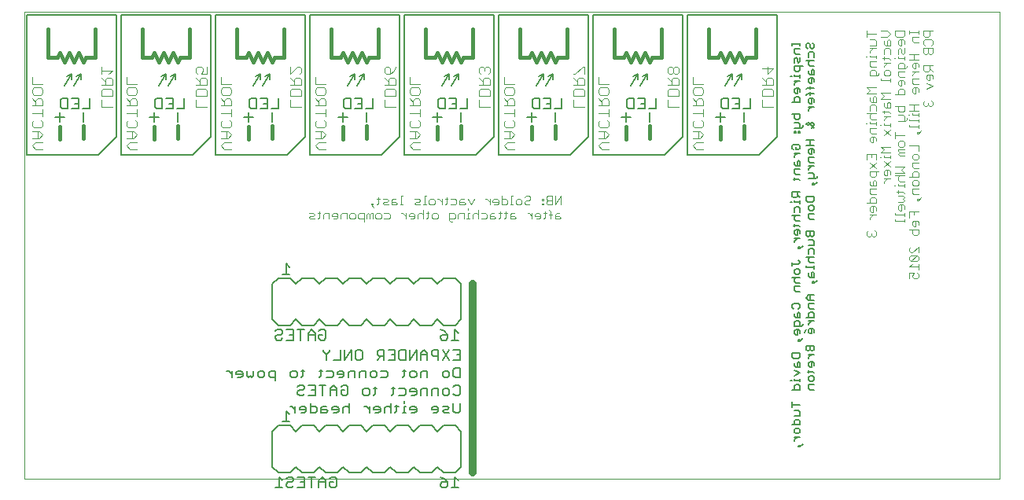
<source format=gbo>
G75*
%MOIN*%
%OFA0B0*%
%FSLAX25Y25*%
%IPPOS*%
%LPD*%
%AMOC8*
5,1,8,0,0,1.08239X$1,22.5*
%
%ADD10C,0.00000*%
%ADD11C,0.00800*%
%ADD12C,0.03200*%
%ADD13C,0.00300*%
%ADD14C,0.00600*%
%ADD15C,0.00500*%
%ADD16C,0.01600*%
%ADD17C,0.00400*%
D10*
X0001000Y0006667D02*
X0414386Y0006667D01*
X0414386Y0204738D01*
X0001000Y0204738D01*
X0001000Y0006667D01*
D11*
X0088918Y0049567D02*
X0088918Y0052369D01*
X0088918Y0050968D02*
X0087516Y0052369D01*
X0086816Y0052369D01*
X0090719Y0051668D02*
X0090719Y0050968D01*
X0093522Y0050968D01*
X0093522Y0051668D02*
X0093522Y0050267D01*
X0092821Y0049567D01*
X0091420Y0049567D01*
X0090719Y0051668D02*
X0091420Y0052369D01*
X0092821Y0052369D01*
X0093522Y0051668D01*
X0095323Y0052369D02*
X0095323Y0050267D01*
X0096024Y0049567D01*
X0096724Y0050267D01*
X0097425Y0049567D01*
X0098125Y0050267D01*
X0098125Y0052369D01*
X0099927Y0051668D02*
X0099927Y0050267D01*
X0100628Y0049567D01*
X0102029Y0049567D01*
X0102729Y0050267D01*
X0102729Y0051668D01*
X0102029Y0052369D01*
X0100628Y0052369D01*
X0099927Y0051668D01*
X0104531Y0051668D02*
X0104531Y0050267D01*
X0105231Y0049567D01*
X0107333Y0049567D01*
X0107333Y0048165D02*
X0107333Y0052369D01*
X0105231Y0052369D01*
X0104531Y0051668D01*
X0113739Y0051668D02*
X0113739Y0050267D01*
X0114439Y0049567D01*
X0115841Y0049567D01*
X0116541Y0050267D01*
X0116541Y0051668D01*
X0115841Y0052369D01*
X0114439Y0052369D01*
X0113739Y0051668D01*
X0118209Y0052369D02*
X0119610Y0052369D01*
X0118910Y0053070D02*
X0118910Y0050267D01*
X0118209Y0049567D01*
X0117509Y0046270D02*
X0118910Y0046270D01*
X0119610Y0045570D01*
X0119610Y0044869D01*
X0118910Y0044168D01*
X0117509Y0044168D01*
X0116808Y0043468D01*
X0116808Y0042767D01*
X0117509Y0042067D01*
X0118910Y0042067D01*
X0119610Y0042767D01*
X0121412Y0042067D02*
X0124214Y0042067D01*
X0124214Y0046270D01*
X0121412Y0046270D01*
X0122813Y0044168D02*
X0124214Y0044168D01*
X0126016Y0046270D02*
X0128818Y0046270D01*
X0127417Y0046270D02*
X0127417Y0042067D01*
X0130620Y0042067D02*
X0130620Y0044869D01*
X0132021Y0046270D01*
X0133422Y0044869D01*
X0133422Y0042067D01*
X0135224Y0042767D02*
X0135224Y0044168D01*
X0136625Y0044168D01*
X0138026Y0042767D02*
X0137326Y0042067D01*
X0135924Y0042067D01*
X0135224Y0042767D01*
X0133422Y0044168D02*
X0130620Y0044168D01*
X0135224Y0045570D02*
X0135924Y0046270D01*
X0137326Y0046270D01*
X0138026Y0045570D01*
X0138026Y0042767D01*
X0144432Y0042767D02*
X0144432Y0044168D01*
X0145132Y0044869D01*
X0146533Y0044869D01*
X0147234Y0044168D01*
X0147234Y0042767D01*
X0146533Y0042067D01*
X0145132Y0042067D01*
X0144432Y0042767D01*
X0148902Y0042067D02*
X0149603Y0042767D01*
X0149603Y0045570D01*
X0150303Y0044869D02*
X0148902Y0044869D01*
X0156575Y0044869D02*
X0157976Y0044869D01*
X0157276Y0045570D02*
X0157276Y0042767D01*
X0156575Y0042067D01*
X0159778Y0042067D02*
X0161880Y0042067D01*
X0162580Y0042767D01*
X0162580Y0044168D01*
X0161880Y0044869D01*
X0159778Y0044869D01*
X0164382Y0044168D02*
X0164382Y0043468D01*
X0167184Y0043468D01*
X0167184Y0044168D02*
X0166484Y0044869D01*
X0165083Y0044869D01*
X0164382Y0044168D01*
X0165083Y0042067D02*
X0166484Y0042067D01*
X0167184Y0042767D01*
X0167184Y0044168D01*
X0168986Y0044168D02*
X0168986Y0042067D01*
X0168986Y0044168D02*
X0169686Y0044869D01*
X0171788Y0044869D01*
X0171788Y0042067D01*
X0173590Y0042067D02*
X0173590Y0044168D01*
X0174290Y0044869D01*
X0176392Y0044869D01*
X0176392Y0042067D01*
X0178194Y0042767D02*
X0178194Y0044168D01*
X0178894Y0044869D01*
X0180295Y0044869D01*
X0180996Y0044168D01*
X0180996Y0042767D01*
X0180295Y0042067D01*
X0178894Y0042067D01*
X0178194Y0042767D01*
X0182798Y0042767D02*
X0183498Y0042067D01*
X0184899Y0042067D01*
X0185600Y0042767D01*
X0185600Y0045570D01*
X0184899Y0046270D01*
X0183498Y0046270D01*
X0182798Y0045570D01*
X0183498Y0049567D02*
X0182798Y0050267D01*
X0182798Y0053070D01*
X0183498Y0053770D01*
X0185600Y0053770D01*
X0185600Y0049567D01*
X0183498Y0049567D01*
X0180996Y0050267D02*
X0180996Y0051668D01*
X0180295Y0052369D01*
X0178894Y0052369D01*
X0178194Y0051668D01*
X0178194Y0050267D01*
X0178894Y0049567D01*
X0180295Y0049567D01*
X0180996Y0050267D01*
X0171788Y0049567D02*
X0171788Y0052369D01*
X0169686Y0052369D01*
X0168986Y0051668D01*
X0168986Y0049567D01*
X0167184Y0050267D02*
X0166484Y0049567D01*
X0165083Y0049567D01*
X0164382Y0050267D01*
X0164382Y0051668D01*
X0165083Y0052369D01*
X0166484Y0052369D01*
X0167184Y0051668D01*
X0167184Y0050267D01*
X0162580Y0052369D02*
X0161179Y0052369D01*
X0161880Y0053070D02*
X0161880Y0050267D01*
X0161179Y0049567D01*
X0154907Y0050267D02*
X0154907Y0051668D01*
X0154207Y0052369D01*
X0152105Y0052369D01*
X0150303Y0051668D02*
X0150303Y0050267D01*
X0149603Y0049567D01*
X0148201Y0049567D01*
X0147501Y0050267D01*
X0147501Y0051668D01*
X0148201Y0052369D01*
X0149603Y0052369D01*
X0150303Y0051668D01*
X0152105Y0049567D02*
X0154207Y0049567D01*
X0154907Y0050267D01*
X0145699Y0049567D02*
X0145699Y0052369D01*
X0143598Y0052369D01*
X0142897Y0051668D01*
X0142897Y0049567D01*
X0141095Y0049567D02*
X0141095Y0052369D01*
X0138994Y0052369D01*
X0138293Y0051668D01*
X0138293Y0049567D01*
X0136491Y0050267D02*
X0136491Y0051668D01*
X0135791Y0052369D01*
X0134390Y0052369D01*
X0133689Y0051668D01*
X0133689Y0050968D01*
X0136491Y0050968D01*
X0136491Y0050267D02*
X0135791Y0049567D01*
X0134390Y0049567D01*
X0131888Y0050267D02*
X0131888Y0051668D01*
X0131187Y0052369D01*
X0129085Y0052369D01*
X0127284Y0052369D02*
X0125882Y0052369D01*
X0126583Y0053070D02*
X0126583Y0050267D01*
X0125882Y0049567D01*
X0129085Y0049567D02*
X0131187Y0049567D01*
X0131888Y0050267D01*
X0132154Y0057067D02*
X0134957Y0057067D01*
X0134957Y0061270D01*
X0136758Y0061270D02*
X0136758Y0057067D01*
X0139561Y0061270D01*
X0139561Y0057067D01*
X0141362Y0057767D02*
X0141362Y0060570D01*
X0142063Y0061270D01*
X0143464Y0061270D01*
X0144165Y0060570D01*
X0144165Y0057767D01*
X0143464Y0057067D01*
X0142063Y0057067D01*
X0141362Y0057767D01*
X0150570Y0057067D02*
X0151971Y0058468D01*
X0151271Y0058468D02*
X0153373Y0058468D01*
X0153373Y0057067D02*
X0153373Y0061270D01*
X0151271Y0061270D01*
X0150570Y0060570D01*
X0150570Y0059168D01*
X0151271Y0058468D01*
X0155174Y0057067D02*
X0157976Y0057067D01*
X0157976Y0061270D01*
X0155174Y0061270D01*
X0156575Y0059168D02*
X0157976Y0059168D01*
X0159778Y0057767D02*
X0159778Y0060570D01*
X0160479Y0061270D01*
X0162580Y0061270D01*
X0162580Y0057067D01*
X0160479Y0057067D01*
X0159778Y0057767D01*
X0164382Y0057067D02*
X0164382Y0061270D01*
X0167184Y0061270D02*
X0164382Y0057067D01*
X0167184Y0057067D02*
X0167184Y0061270D01*
X0168986Y0059869D02*
X0168986Y0057067D01*
X0168986Y0059168D02*
X0171788Y0059168D01*
X0171788Y0059869D02*
X0171788Y0057067D01*
X0173590Y0059168D02*
X0174290Y0058468D01*
X0176392Y0058468D01*
X0176392Y0057067D02*
X0176392Y0061270D01*
X0174290Y0061270D01*
X0173590Y0060570D01*
X0173590Y0059168D01*
X0171788Y0059869D02*
X0170387Y0061270D01*
X0168986Y0059869D01*
X0178194Y0061270D02*
X0180996Y0057067D01*
X0182798Y0057067D02*
X0185600Y0057067D01*
X0185600Y0061270D01*
X0182798Y0061270D01*
X0180996Y0061270D02*
X0178194Y0057067D01*
X0184199Y0059168D02*
X0185600Y0059168D01*
X0161880Y0039471D02*
X0161880Y0038770D01*
X0161880Y0037369D02*
X0161880Y0034567D01*
X0162580Y0034567D02*
X0161179Y0034567D01*
X0158811Y0035267D02*
X0158110Y0034567D01*
X0158811Y0035267D02*
X0158811Y0038070D01*
X0159511Y0037369D02*
X0158110Y0037369D01*
X0156442Y0036668D02*
X0155741Y0037369D01*
X0154340Y0037369D01*
X0153639Y0036668D01*
X0153639Y0034567D01*
X0151838Y0035267D02*
X0151137Y0034567D01*
X0149736Y0034567D01*
X0149036Y0035968D02*
X0151838Y0035968D01*
X0151838Y0036668D02*
X0151137Y0037369D01*
X0149736Y0037369D01*
X0149036Y0036668D01*
X0149036Y0035968D01*
X0147234Y0035968D02*
X0145833Y0037369D01*
X0145132Y0037369D01*
X0147234Y0037369D02*
X0147234Y0034567D01*
X0151838Y0035267D02*
X0151838Y0036668D01*
X0156442Y0034567D02*
X0156442Y0038770D01*
X0161880Y0037369D02*
X0162580Y0037369D01*
X0164382Y0036668D02*
X0165083Y0037369D01*
X0166484Y0037369D01*
X0167184Y0036668D01*
X0167184Y0035267D01*
X0166484Y0034567D01*
X0165083Y0034567D01*
X0164382Y0035968D02*
X0167184Y0035968D01*
X0164382Y0035968D02*
X0164382Y0036668D01*
X0173590Y0036668D02*
X0173590Y0035968D01*
X0176392Y0035968D01*
X0176392Y0036668D02*
X0175692Y0037369D01*
X0174290Y0037369D01*
X0173590Y0036668D01*
X0174290Y0034567D02*
X0175692Y0034567D01*
X0176392Y0035267D01*
X0176392Y0036668D01*
X0178194Y0037369D02*
X0180295Y0037369D01*
X0180996Y0036668D01*
X0180295Y0035968D01*
X0178894Y0035968D01*
X0178194Y0035267D01*
X0178894Y0034567D01*
X0180996Y0034567D01*
X0182798Y0035267D02*
X0182798Y0038770D01*
X0185600Y0038770D02*
X0185600Y0035267D01*
X0184899Y0034567D01*
X0183498Y0034567D01*
X0182798Y0035267D01*
X0138793Y0034567D02*
X0138793Y0038770D01*
X0138093Y0037369D02*
X0136692Y0037369D01*
X0135991Y0036668D01*
X0135991Y0034567D01*
X0134190Y0035267D02*
X0133489Y0034567D01*
X0132088Y0034567D01*
X0131387Y0035968D02*
X0134190Y0035968D01*
X0134190Y0036668D02*
X0133489Y0037369D01*
X0132088Y0037369D01*
X0131387Y0036668D01*
X0131387Y0035968D01*
X0129586Y0035267D02*
X0128885Y0035968D01*
X0126783Y0035968D01*
X0126783Y0036668D02*
X0126783Y0034567D01*
X0128885Y0034567D01*
X0129586Y0035267D01*
X0128885Y0037369D02*
X0127484Y0037369D01*
X0126783Y0036668D01*
X0124982Y0036668D02*
X0124281Y0037369D01*
X0122179Y0037369D01*
X0122179Y0038770D02*
X0122179Y0034567D01*
X0124281Y0034567D01*
X0124982Y0035267D01*
X0124982Y0036668D01*
X0120378Y0036668D02*
X0119677Y0037369D01*
X0118276Y0037369D01*
X0117575Y0036668D01*
X0117575Y0035968D01*
X0120378Y0035968D01*
X0120378Y0036668D02*
X0120378Y0035267D01*
X0119677Y0034567D01*
X0118276Y0034567D01*
X0115774Y0034567D02*
X0115774Y0037369D01*
X0115774Y0035968D02*
X0114373Y0037369D01*
X0113672Y0037369D01*
X0116808Y0045570D02*
X0117509Y0046270D01*
X0128952Y0057067D02*
X0128952Y0059168D01*
X0127551Y0060570D01*
X0127551Y0061270D01*
X0128952Y0059168D02*
X0130353Y0060570D01*
X0130353Y0061270D01*
X0138093Y0037369D02*
X0138793Y0036668D01*
X0134190Y0036668D02*
X0134190Y0035267D01*
X0121906Y0144072D02*
X0152417Y0144072D01*
X0160094Y0151749D01*
X0160094Y0203261D01*
X0121906Y0203261D01*
X0121906Y0144072D01*
X0120094Y0151749D02*
X0112417Y0144072D01*
X0081906Y0144072D01*
X0081906Y0203261D01*
X0120094Y0203261D01*
X0120094Y0151749D01*
X0080094Y0151749D02*
X0072417Y0144072D01*
X0041906Y0144072D01*
X0041906Y0203261D01*
X0080094Y0203261D01*
X0080094Y0151749D01*
X0040094Y0151749D02*
X0032417Y0144072D01*
X0001906Y0144072D01*
X0001906Y0203261D01*
X0040094Y0203261D01*
X0040094Y0151749D01*
X0161906Y0144072D02*
X0192417Y0144072D01*
X0200094Y0151749D01*
X0200094Y0203261D01*
X0161906Y0203261D01*
X0161906Y0144072D01*
X0201906Y0144072D02*
X0232417Y0144072D01*
X0240094Y0151749D01*
X0240094Y0203261D01*
X0201906Y0203261D01*
X0201906Y0144072D01*
X0241906Y0144072D02*
X0272417Y0144072D01*
X0280094Y0151749D01*
X0280094Y0203261D01*
X0241906Y0203261D01*
X0241906Y0144072D01*
X0281906Y0144072D02*
X0312417Y0144072D01*
X0320094Y0151749D01*
X0320094Y0203261D01*
X0281906Y0203261D01*
X0281906Y0144072D01*
D12*
X0191000Y0089167D02*
X0191000Y0009167D01*
D13*
X0376147Y0091534D02*
X0376147Y0094002D01*
X0377998Y0094002D01*
X0377381Y0092768D01*
X0377381Y0092151D01*
X0377998Y0091534D01*
X0379233Y0091534D01*
X0379850Y0092151D01*
X0379850Y0093385D01*
X0379233Y0094002D01*
X0379850Y0095217D02*
X0379850Y0097686D01*
X0379850Y0096451D02*
X0376147Y0096451D01*
X0377381Y0097686D01*
X0376764Y0098900D02*
X0379233Y0101369D01*
X0379850Y0100752D01*
X0379850Y0099517D01*
X0379233Y0098900D01*
X0376764Y0098900D01*
X0376147Y0099517D01*
X0376147Y0100752D01*
X0376764Y0101369D01*
X0379233Y0101369D01*
X0379850Y0102583D02*
X0379850Y0105052D01*
X0377381Y0102583D01*
X0376764Y0102583D01*
X0376147Y0103200D01*
X0376147Y0104435D01*
X0376764Y0105052D01*
X0377998Y0109949D02*
X0377381Y0110567D01*
X0377381Y0112418D01*
X0376147Y0112418D02*
X0379850Y0112418D01*
X0379850Y0110567D01*
X0379233Y0109949D01*
X0377998Y0109949D01*
X0377998Y0113633D02*
X0378616Y0113633D01*
X0378616Y0116101D01*
X0379233Y0116101D02*
X0377998Y0116101D01*
X0377381Y0115484D01*
X0377381Y0114250D01*
X0377998Y0113633D01*
X0379850Y0114250D02*
X0379850Y0115484D01*
X0379233Y0116101D01*
X0377998Y0118550D02*
X0377998Y0119785D01*
X0376147Y0119785D02*
X0376147Y0117316D01*
X0373850Y0116715D02*
X0373850Y0115481D01*
X0373850Y0116098D02*
X0370147Y0116098D01*
X0370147Y0116715D01*
X0370147Y0118553D02*
X0373850Y0118553D01*
X0373850Y0117936D02*
X0373850Y0119171D01*
X0372616Y0120385D02*
X0372616Y0122854D01*
X0373233Y0122854D02*
X0371998Y0122854D01*
X0371381Y0122237D01*
X0371381Y0121002D01*
X0371998Y0120385D01*
X0372616Y0120385D01*
X0373850Y0121002D02*
X0373850Y0122237D01*
X0373233Y0122854D01*
X0373233Y0124068D02*
X0371381Y0124068D01*
X0373233Y0124068D02*
X0373850Y0124685D01*
X0373233Y0125303D01*
X0373850Y0125920D01*
X0373233Y0126537D01*
X0371381Y0126537D01*
X0371381Y0127758D02*
X0371381Y0128992D01*
X0370764Y0128375D02*
X0373233Y0128375D01*
X0373850Y0127758D01*
X0373850Y0130213D02*
X0373850Y0131448D01*
X0373850Y0130831D02*
X0371381Y0130831D01*
X0371381Y0131448D01*
X0371998Y0132662D02*
X0373850Y0132662D01*
X0371998Y0132662D02*
X0371381Y0133279D01*
X0371381Y0134514D01*
X0371998Y0135131D01*
X0370147Y0135131D02*
X0373850Y0135131D01*
X0373850Y0136345D02*
X0370147Y0136345D01*
X0367850Y0135735D02*
X0367850Y0136969D01*
X0367233Y0137586D01*
X0365998Y0137586D01*
X0365381Y0136969D01*
X0365381Y0135735D01*
X0365998Y0135118D01*
X0366616Y0135118D01*
X0366616Y0137586D01*
X0367850Y0138801D02*
X0365381Y0141270D01*
X0365381Y0143108D02*
X0367850Y0143108D01*
X0367850Y0143725D02*
X0367850Y0142491D01*
X0367850Y0141270D02*
X0365381Y0138801D01*
X0363084Y0136973D02*
X0359381Y0136973D01*
X0359381Y0135121D01*
X0359998Y0134504D01*
X0361233Y0134504D01*
X0361850Y0135121D01*
X0361850Y0136973D01*
X0361850Y0138187D02*
X0359381Y0140656D01*
X0358147Y0141870D02*
X0358147Y0144339D01*
X0361850Y0144339D01*
X0361850Y0141870D01*
X0361850Y0140656D02*
X0359381Y0138187D01*
X0359998Y0143104D02*
X0359998Y0144339D01*
X0363530Y0143108D02*
X0364147Y0143108D01*
X0365381Y0143108D02*
X0365381Y0143725D01*
X0364147Y0144939D02*
X0367850Y0144939D01*
X0367850Y0147408D02*
X0364147Y0147408D01*
X0365381Y0146174D01*
X0364147Y0144939D01*
X0361850Y0149854D02*
X0361850Y0151088D01*
X0361233Y0151705D01*
X0359998Y0151705D01*
X0359381Y0151088D01*
X0359381Y0149854D01*
X0359998Y0149236D01*
X0360616Y0149236D01*
X0360616Y0151705D01*
X0359998Y0152919D02*
X0361850Y0152919D01*
X0359998Y0152919D02*
X0359381Y0153537D01*
X0359381Y0155388D01*
X0361850Y0155388D01*
X0361850Y0156609D02*
X0361850Y0157844D01*
X0361850Y0157226D02*
X0359381Y0157226D01*
X0359381Y0157844D01*
X0359998Y0159058D02*
X0361850Y0159058D01*
X0359998Y0159058D02*
X0359381Y0159675D01*
X0359381Y0160910D01*
X0359998Y0161527D01*
X0359381Y0162741D02*
X0359381Y0164593D01*
X0359998Y0165210D01*
X0361233Y0165210D01*
X0361850Y0164593D01*
X0361850Y0162741D01*
X0361850Y0161527D02*
X0358147Y0161527D01*
X0364764Y0162137D02*
X0367233Y0162137D01*
X0367850Y0161520D01*
X0367850Y0160299D02*
X0365381Y0160299D01*
X0365381Y0161520D02*
X0365381Y0162755D01*
X0365998Y0163969D02*
X0365381Y0164586D01*
X0365381Y0165820D01*
X0366616Y0165820D02*
X0366616Y0163969D01*
X0365998Y0163969D02*
X0367850Y0163969D01*
X0367850Y0165820D01*
X0367233Y0166438D01*
X0366616Y0165820D01*
X0367850Y0167652D02*
X0364147Y0167652D01*
X0365381Y0168886D01*
X0364147Y0170121D01*
X0367850Y0170121D01*
X0370147Y0169494D02*
X0373850Y0169494D01*
X0373850Y0171345D01*
X0373233Y0171962D01*
X0371998Y0171962D01*
X0371381Y0171345D01*
X0371381Y0169494D01*
X0377381Y0170725D02*
X0377381Y0171959D01*
X0377998Y0172576D01*
X0379233Y0172576D01*
X0379850Y0171959D01*
X0379850Y0170725D01*
X0378616Y0170107D02*
X0378616Y0172576D01*
X0377998Y0173791D02*
X0379850Y0173791D01*
X0377998Y0173791D02*
X0377381Y0174408D01*
X0377381Y0176259D01*
X0379850Y0176259D01*
X0377381Y0177477D02*
X0377381Y0178094D01*
X0378616Y0179329D01*
X0378616Y0180543D02*
X0378616Y0183012D01*
X0379233Y0183012D02*
X0377998Y0183012D01*
X0377381Y0182395D01*
X0377381Y0181160D01*
X0377998Y0180543D01*
X0378616Y0180543D01*
X0379850Y0181160D02*
X0379850Y0182395D01*
X0379233Y0183012D01*
X0379850Y0184226D02*
X0376147Y0184226D01*
X0377998Y0184226D02*
X0377998Y0186695D01*
X0376147Y0186695D02*
X0379850Y0186695D01*
X0382147Y0187299D02*
X0382764Y0186682D01*
X0383381Y0186682D01*
X0383998Y0187299D01*
X0383998Y0189150D01*
X0382764Y0190365D02*
X0382147Y0190982D01*
X0382147Y0192216D01*
X0382764Y0192834D01*
X0385233Y0192834D01*
X0385850Y0192216D01*
X0385850Y0190982D01*
X0385233Y0190365D01*
X0385850Y0189150D02*
X0382147Y0189150D01*
X0382147Y0187299D01*
X0383998Y0187299D02*
X0384616Y0186682D01*
X0385233Y0186682D01*
X0385850Y0187299D01*
X0385850Y0189150D01*
X0379850Y0191592D02*
X0377998Y0191592D01*
X0377381Y0192210D01*
X0377381Y0194061D01*
X0379850Y0194061D01*
X0379850Y0195282D02*
X0379850Y0196517D01*
X0379850Y0195899D02*
X0376147Y0195899D01*
X0376147Y0195282D02*
X0376147Y0196517D01*
X0373850Y0196517D02*
X0373850Y0194665D01*
X0373233Y0194048D01*
X0370764Y0194048D01*
X0370147Y0194665D01*
X0370147Y0196517D01*
X0373850Y0196517D01*
X0382147Y0196517D02*
X0382147Y0194665D01*
X0382764Y0194048D01*
X0383998Y0194048D01*
X0384616Y0194665D01*
X0384616Y0196517D01*
X0385850Y0196517D02*
X0382147Y0196517D01*
X0373850Y0192216D02*
X0373233Y0192834D01*
X0371998Y0192834D01*
X0371381Y0192216D01*
X0371381Y0190982D01*
X0371998Y0190365D01*
X0372616Y0190365D01*
X0372616Y0192834D01*
X0373850Y0192216D02*
X0373850Y0190982D01*
X0373850Y0189150D02*
X0373850Y0187299D01*
X0373233Y0186682D01*
X0372616Y0187299D01*
X0372616Y0188533D01*
X0371998Y0189150D01*
X0371381Y0188533D01*
X0371381Y0186682D01*
X0371381Y0185467D02*
X0371381Y0184850D01*
X0373850Y0184850D01*
X0373850Y0185467D02*
X0373850Y0184233D01*
X0373233Y0183012D02*
X0373850Y0182395D01*
X0373850Y0180543D01*
X0374467Y0180543D02*
X0371381Y0180543D01*
X0371381Y0182395D01*
X0371998Y0183012D01*
X0373233Y0183012D01*
X0375084Y0181777D02*
X0375084Y0181160D01*
X0374467Y0180543D01*
X0373850Y0179329D02*
X0371381Y0179329D01*
X0371381Y0177477D01*
X0371998Y0176860D01*
X0373850Y0176860D01*
X0373233Y0175646D02*
X0373850Y0175028D01*
X0373850Y0173794D01*
X0372616Y0173177D02*
X0372616Y0175646D01*
X0373233Y0175646D02*
X0371998Y0175646D01*
X0371381Y0175028D01*
X0371381Y0173794D01*
X0371998Y0173177D01*
X0372616Y0173177D01*
X0367850Y0175025D02*
X0367850Y0176259D01*
X0367850Y0175642D02*
X0364147Y0175642D01*
X0364147Y0176259D01*
X0362467Y0177474D02*
X0359381Y0177474D01*
X0359381Y0179325D01*
X0359998Y0179943D01*
X0361233Y0179943D01*
X0361850Y0179325D01*
X0361850Y0177474D01*
X0362467Y0177474D02*
X0363084Y0178091D01*
X0363084Y0178708D01*
X0365381Y0178091D02*
X0365381Y0179325D01*
X0365998Y0179943D01*
X0367233Y0179943D01*
X0367850Y0179325D01*
X0367850Y0178091D01*
X0367233Y0177474D01*
X0365998Y0177474D01*
X0365381Y0178091D01*
X0365381Y0181160D02*
X0365381Y0181777D01*
X0366616Y0183012D01*
X0367850Y0183012D02*
X0365381Y0183012D01*
X0365381Y0184233D02*
X0365381Y0185467D01*
X0364764Y0184850D02*
X0367233Y0184850D01*
X0367850Y0184233D01*
X0369530Y0184850D02*
X0370147Y0184850D01*
X0367850Y0186682D02*
X0367850Y0188533D01*
X0367233Y0189150D01*
X0365998Y0189150D01*
X0365381Y0188533D01*
X0365381Y0186682D01*
X0361850Y0186081D02*
X0361850Y0184847D01*
X0361850Y0185464D02*
X0359381Y0185464D01*
X0359381Y0186081D01*
X0359381Y0187299D02*
X0359381Y0187916D01*
X0360616Y0189150D01*
X0361850Y0189150D02*
X0359381Y0189150D01*
X0359381Y0190365D02*
X0361850Y0190365D01*
X0361850Y0192216D01*
X0361233Y0192834D01*
X0359381Y0192834D01*
X0358147Y0194048D02*
X0358147Y0196517D01*
X0358147Y0195282D02*
X0361850Y0195282D01*
X0364147Y0194048D02*
X0366616Y0194048D01*
X0367850Y0195282D01*
X0366616Y0196517D01*
X0364147Y0196517D01*
X0365381Y0192216D02*
X0365381Y0190982D01*
X0365998Y0190365D01*
X0367850Y0190365D01*
X0367850Y0192216D01*
X0367233Y0192834D01*
X0366616Y0192216D01*
X0366616Y0190365D01*
X0358147Y0185464D02*
X0357530Y0185464D01*
X0359381Y0183626D02*
X0359381Y0181774D01*
X0359998Y0181157D01*
X0361850Y0181157D01*
X0361850Y0183626D02*
X0359381Y0183626D01*
X0377381Y0179329D02*
X0379850Y0179329D01*
X0382147Y0179933D02*
X0382764Y0179315D01*
X0383998Y0179315D01*
X0384616Y0179933D01*
X0384616Y0181784D01*
X0385850Y0181784D02*
X0382147Y0181784D01*
X0382147Y0179933D01*
X0384616Y0180550D02*
X0385850Y0179315D01*
X0385233Y0178101D02*
X0383998Y0178101D01*
X0383381Y0177484D01*
X0383381Y0176249D01*
X0383998Y0175632D01*
X0384616Y0175632D01*
X0384616Y0178101D01*
X0385233Y0178101D02*
X0385850Y0177484D01*
X0385850Y0176249D01*
X0385850Y0173183D02*
X0383381Y0171949D01*
X0383381Y0174418D02*
X0385850Y0173183D01*
X0378616Y0170107D02*
X0377998Y0170107D01*
X0377381Y0170725D01*
X0377998Y0165210D02*
X0377998Y0162741D01*
X0377381Y0161527D02*
X0377381Y0160910D01*
X0379850Y0160910D01*
X0379850Y0161527D02*
X0379850Y0160292D01*
X0379850Y0159071D02*
X0379850Y0157837D01*
X0379850Y0158454D02*
X0376147Y0158454D01*
X0376147Y0159071D01*
X0375084Y0159061D02*
X0375084Y0159679D01*
X0375084Y0159061D02*
X0374467Y0158444D01*
X0371381Y0158444D01*
X0371381Y0160913D02*
X0373233Y0160913D01*
X0373850Y0160296D01*
X0373850Y0158444D01*
X0376147Y0156616D02*
X0376147Y0155999D01*
X0379850Y0155999D01*
X0379850Y0156616D02*
X0379850Y0155382D01*
X0381084Y0154161D02*
X0379850Y0152926D01*
X0379850Y0153543D01*
X0379233Y0153543D01*
X0379233Y0152926D01*
X0379850Y0152926D01*
X0373850Y0152312D02*
X0370147Y0152312D01*
X0370147Y0151078D02*
X0370147Y0153547D01*
X0367850Y0154774D02*
X0365381Y0152306D01*
X0365381Y0154774D02*
X0367850Y0152306D01*
X0367850Y0155995D02*
X0367850Y0157230D01*
X0367850Y0156613D02*
X0365381Y0156613D01*
X0365381Y0157230D01*
X0365381Y0158448D02*
X0365381Y0159065D01*
X0366616Y0160299D01*
X0364147Y0156613D02*
X0363530Y0156613D01*
X0358147Y0157226D02*
X0357530Y0157226D01*
X0371381Y0162745D02*
X0371381Y0164596D01*
X0370147Y0164596D02*
X0373850Y0164596D01*
X0373850Y0162745D01*
X0373233Y0162127D01*
X0371998Y0162127D01*
X0371381Y0162745D01*
X0375530Y0160910D02*
X0376147Y0160910D01*
X0376147Y0162741D02*
X0379850Y0162741D01*
X0379850Y0165210D02*
X0376147Y0165210D01*
X0382147Y0165200D02*
X0382764Y0164583D01*
X0383381Y0164583D01*
X0383998Y0165200D01*
X0384616Y0164583D01*
X0385233Y0164583D01*
X0385850Y0165200D01*
X0385850Y0166434D01*
X0385233Y0167052D01*
X0383998Y0165817D02*
X0383998Y0165200D01*
X0382147Y0165200D02*
X0382147Y0166434D01*
X0382764Y0167052D01*
X0361850Y0166424D02*
X0361850Y0168276D01*
X0361233Y0168893D01*
X0360616Y0168276D01*
X0360616Y0166424D01*
X0359998Y0166424D02*
X0361850Y0166424D01*
X0359998Y0166424D02*
X0359381Y0167042D01*
X0359381Y0168276D01*
X0358147Y0170107D02*
X0361850Y0170107D01*
X0361850Y0172576D02*
X0358147Y0172576D01*
X0359381Y0171342D01*
X0358147Y0170107D01*
X0371998Y0149863D02*
X0373233Y0149863D01*
X0373850Y0149246D01*
X0373850Y0148012D01*
X0373233Y0147395D01*
X0371998Y0147395D01*
X0371381Y0148012D01*
X0371381Y0149246D01*
X0371998Y0149863D01*
X0371381Y0146180D02*
X0371381Y0145563D01*
X0371998Y0144946D01*
X0371381Y0144329D01*
X0371998Y0143712D01*
X0373850Y0143712D01*
X0373850Y0144946D02*
X0371998Y0144946D01*
X0371381Y0146180D02*
X0373850Y0146180D01*
X0376147Y0148022D02*
X0379850Y0148022D01*
X0379850Y0145553D01*
X0379233Y0144339D02*
X0379850Y0143722D01*
X0379850Y0142487D01*
X0379233Y0141870D01*
X0377998Y0141870D01*
X0377381Y0142487D01*
X0377381Y0143722D01*
X0377998Y0144339D01*
X0379233Y0144339D01*
X0379850Y0140656D02*
X0377381Y0140656D01*
X0377381Y0138804D01*
X0377998Y0138187D01*
X0379850Y0138187D01*
X0379233Y0136973D02*
X0377998Y0136973D01*
X0377381Y0136355D01*
X0377381Y0134504D01*
X0376147Y0134504D02*
X0379850Y0134504D01*
X0379850Y0136355D01*
X0379233Y0136973D01*
X0373850Y0136345D02*
X0372616Y0137580D01*
X0373850Y0138814D01*
X0370147Y0138814D01*
X0367850Y0133903D02*
X0365381Y0133903D01*
X0365381Y0132669D02*
X0365381Y0132052D01*
X0365381Y0132669D02*
X0366616Y0133903D01*
X0361850Y0132672D02*
X0361233Y0133289D01*
X0360616Y0132672D01*
X0360616Y0130821D01*
X0359998Y0130821D02*
X0361850Y0130821D01*
X0361850Y0132672D01*
X0359381Y0132672D02*
X0359381Y0131438D01*
X0359998Y0130821D01*
X0359381Y0129606D02*
X0359381Y0127755D01*
X0359998Y0127137D01*
X0361850Y0127137D01*
X0361233Y0125923D02*
X0361850Y0125306D01*
X0361850Y0123454D01*
X0358147Y0123454D01*
X0359381Y0123454D02*
X0359381Y0125306D01*
X0359998Y0125923D01*
X0361233Y0125923D01*
X0361850Y0129606D02*
X0359381Y0129606D01*
X0369530Y0130831D02*
X0370147Y0130831D01*
X0377381Y0131438D02*
X0377381Y0132672D01*
X0377998Y0133289D01*
X0379233Y0133289D01*
X0379850Y0132672D01*
X0379850Y0131438D01*
X0379233Y0130821D01*
X0377998Y0130821D01*
X0377381Y0131438D01*
X0377381Y0129606D02*
X0377381Y0127755D01*
X0377998Y0127137D01*
X0379850Y0127137D01*
X0381084Y0125923D02*
X0379850Y0124689D01*
X0379850Y0125306D01*
X0379233Y0125306D01*
X0379233Y0124689D01*
X0379850Y0124689D01*
X0379850Y0119785D02*
X0376147Y0119785D01*
X0370147Y0119171D02*
X0370147Y0118553D01*
X0361850Y0118557D02*
X0359381Y0118557D01*
X0359381Y0117322D02*
X0359381Y0116705D01*
X0359381Y0117322D02*
X0360616Y0118557D01*
X0360616Y0119771D02*
X0360616Y0122240D01*
X0361233Y0122240D02*
X0359998Y0122240D01*
X0359381Y0121623D01*
X0359381Y0120388D01*
X0359998Y0119771D01*
X0360616Y0119771D01*
X0361850Y0120388D02*
X0361850Y0121623D01*
X0361233Y0122240D01*
X0377381Y0129606D02*
X0379850Y0129606D01*
X0361850Y0111187D02*
X0361233Y0111804D01*
X0361850Y0111187D02*
X0361850Y0109953D01*
X0361233Y0109336D01*
X0360616Y0109336D01*
X0359998Y0109953D01*
X0359998Y0110570D01*
X0359998Y0109953D02*
X0359381Y0109336D01*
X0358764Y0109336D01*
X0358147Y0109953D01*
X0358147Y0111187D01*
X0358764Y0111804D01*
X0228350Y0117434D02*
X0227733Y0116817D01*
X0225881Y0116817D01*
X0225881Y0118668D01*
X0226498Y0119285D01*
X0227733Y0119285D01*
X0227733Y0118051D02*
X0225881Y0118051D01*
X0224667Y0118668D02*
X0223432Y0118668D01*
X0222211Y0119285D02*
X0220977Y0119285D01*
X0221594Y0119903D02*
X0221594Y0117434D01*
X0220977Y0116817D01*
X0219756Y0117434D02*
X0219756Y0118668D01*
X0219139Y0119285D01*
X0217904Y0119285D01*
X0217287Y0118668D01*
X0217287Y0118051D01*
X0219756Y0118051D01*
X0219756Y0117434D02*
X0219139Y0116817D01*
X0217904Y0116817D01*
X0216073Y0116817D02*
X0216073Y0119285D01*
X0216073Y0118051D02*
X0214838Y0119285D01*
X0214221Y0119285D01*
X0209320Y0117434D02*
X0208703Y0116817D01*
X0206852Y0116817D01*
X0206852Y0118668D01*
X0207469Y0119285D01*
X0208703Y0119285D01*
X0208703Y0118051D02*
X0206852Y0118051D01*
X0205637Y0119285D02*
X0204403Y0119285D01*
X0205020Y0119903D02*
X0205020Y0117434D01*
X0204403Y0116817D01*
X0202565Y0117434D02*
X0201947Y0116817D01*
X0202565Y0117434D02*
X0202565Y0119903D01*
X0203182Y0119285D02*
X0201947Y0119285D01*
X0200109Y0119285D02*
X0198875Y0119285D01*
X0198258Y0118668D01*
X0198258Y0116817D01*
X0200109Y0116817D01*
X0200726Y0117434D01*
X0200109Y0118051D01*
X0198258Y0118051D01*
X0197043Y0117434D02*
X0196426Y0116817D01*
X0194575Y0116817D01*
X0193360Y0116817D02*
X0193360Y0120520D01*
X0192743Y0119285D02*
X0191509Y0119285D01*
X0190891Y0118668D01*
X0190891Y0116817D01*
X0189677Y0116817D02*
X0188443Y0116817D01*
X0189060Y0116817D02*
X0189060Y0119285D01*
X0189677Y0119285D01*
X0189060Y0120520D02*
X0189060Y0121137D01*
X0190284Y0122817D02*
X0189050Y0125285D01*
X0187218Y0125285D02*
X0185984Y0125285D01*
X0185367Y0124668D01*
X0185367Y0122817D01*
X0187218Y0122817D01*
X0187835Y0123434D01*
X0187218Y0124051D01*
X0185367Y0124051D01*
X0184152Y0124668D02*
X0184152Y0123434D01*
X0183535Y0122817D01*
X0181684Y0122817D01*
X0179852Y0123434D02*
X0179235Y0122817D01*
X0179852Y0123434D02*
X0179852Y0125903D01*
X0180469Y0125285D02*
X0179235Y0125285D01*
X0178014Y0125285D02*
X0178014Y0122817D01*
X0178014Y0124051D02*
X0176779Y0125285D01*
X0176162Y0125285D01*
X0174944Y0124668D02*
X0174944Y0123434D01*
X0174327Y0122817D01*
X0173093Y0122817D01*
X0172476Y0123434D01*
X0172476Y0124668D01*
X0173093Y0125285D01*
X0174327Y0125285D01*
X0174944Y0124668D01*
X0171261Y0122817D02*
X0170027Y0122817D01*
X0170644Y0122817D02*
X0170644Y0126520D01*
X0171261Y0126520D01*
X0168806Y0124668D02*
X0168189Y0125285D01*
X0166337Y0125285D01*
X0166954Y0124051D02*
X0168189Y0124051D01*
X0168806Y0124668D01*
X0168806Y0122817D02*
X0166954Y0122817D01*
X0166337Y0123434D01*
X0166954Y0124051D01*
X0170034Y0120520D02*
X0170034Y0116817D01*
X0171255Y0116817D02*
X0171872Y0117434D01*
X0171872Y0119903D01*
X0172489Y0119285D02*
X0171255Y0119285D01*
X0170034Y0118668D02*
X0169416Y0119285D01*
X0168182Y0119285D01*
X0167565Y0118668D01*
X0167565Y0116817D01*
X0166350Y0117434D02*
X0166350Y0118668D01*
X0165733Y0119285D01*
X0164499Y0119285D01*
X0163882Y0118668D01*
X0163882Y0118051D01*
X0166350Y0118051D01*
X0166350Y0117434D02*
X0165733Y0116817D01*
X0164499Y0116817D01*
X0162667Y0116817D02*
X0162667Y0119285D01*
X0162667Y0118051D02*
X0161433Y0119285D01*
X0160816Y0119285D01*
X0155915Y0118668D02*
X0155915Y0117434D01*
X0155298Y0116817D01*
X0153446Y0116817D01*
X0152232Y0117434D02*
X0151615Y0116817D01*
X0150380Y0116817D01*
X0149763Y0117434D01*
X0149763Y0118668D01*
X0150380Y0119285D01*
X0151615Y0119285D01*
X0152232Y0118668D01*
X0152232Y0117434D01*
X0153446Y0119285D02*
X0155298Y0119285D01*
X0155915Y0118668D01*
X0156515Y0122817D02*
X0158367Y0122817D01*
X0158984Y0123434D01*
X0158367Y0124051D01*
X0156515Y0124051D01*
X0156515Y0124668D02*
X0156515Y0122817D01*
X0155301Y0122817D02*
X0153449Y0122817D01*
X0152832Y0123434D01*
X0153449Y0124051D01*
X0154684Y0124051D01*
X0155301Y0124668D01*
X0154684Y0125285D01*
X0152832Y0125285D01*
X0151618Y0125285D02*
X0150383Y0125285D01*
X0151001Y0125903D02*
X0151001Y0123434D01*
X0150383Y0122817D01*
X0149162Y0121582D02*
X0147928Y0122817D01*
X0148545Y0122817D01*
X0148545Y0123434D01*
X0147928Y0123434D01*
X0147928Y0122817D01*
X0147931Y0119285D02*
X0147314Y0118668D01*
X0146697Y0119285D01*
X0146080Y0118668D01*
X0146080Y0116817D01*
X0144865Y0116817D02*
X0143014Y0116817D01*
X0142397Y0117434D01*
X0142397Y0118668D01*
X0143014Y0119285D01*
X0144865Y0119285D01*
X0144865Y0115582D01*
X0147314Y0116817D02*
X0147314Y0118668D01*
X0147931Y0119285D02*
X0148549Y0119285D01*
X0148549Y0116817D01*
X0141182Y0117434D02*
X0140565Y0116817D01*
X0139331Y0116817D01*
X0138714Y0117434D01*
X0138714Y0118668D01*
X0139331Y0119285D01*
X0140565Y0119285D01*
X0141182Y0118668D01*
X0141182Y0117434D01*
X0137499Y0116817D02*
X0137499Y0119285D01*
X0135648Y0119285D01*
X0135030Y0118668D01*
X0135030Y0116817D01*
X0133816Y0117434D02*
X0133199Y0116817D01*
X0131964Y0116817D01*
X0131347Y0118051D02*
X0133816Y0118051D01*
X0133816Y0117434D02*
X0133816Y0118668D01*
X0133199Y0119285D01*
X0131964Y0119285D01*
X0131347Y0118668D01*
X0131347Y0118051D01*
X0130133Y0116817D02*
X0130133Y0119285D01*
X0128281Y0119285D01*
X0127664Y0118668D01*
X0127664Y0116817D01*
X0125833Y0117434D02*
X0125215Y0116817D01*
X0125833Y0117434D02*
X0125833Y0119903D01*
X0126450Y0119285D02*
X0125215Y0119285D01*
X0123994Y0118668D02*
X0123377Y0119285D01*
X0121526Y0119285D01*
X0122143Y0118051D02*
X0123377Y0118051D01*
X0123994Y0118668D01*
X0123994Y0116817D02*
X0122143Y0116817D01*
X0121526Y0117434D01*
X0122143Y0118051D01*
X0156515Y0124668D02*
X0157133Y0125285D01*
X0158367Y0125285D01*
X0160822Y0126520D02*
X0160822Y0122817D01*
X0160205Y0122817D02*
X0161440Y0122817D01*
X0161440Y0126520D02*
X0160822Y0126520D01*
X0173703Y0118668D02*
X0174321Y0119285D01*
X0175555Y0119285D01*
X0176172Y0118668D01*
X0176172Y0117434D01*
X0175555Y0116817D01*
X0174321Y0116817D01*
X0173703Y0117434D01*
X0173703Y0118668D01*
X0181070Y0119285D02*
X0181070Y0116199D01*
X0181687Y0115582D01*
X0182304Y0115582D01*
X0182921Y0116817D02*
X0181070Y0116817D01*
X0182921Y0116817D02*
X0183538Y0117434D01*
X0183538Y0118668D01*
X0182921Y0119285D01*
X0181070Y0119285D01*
X0184753Y0118668D02*
X0184753Y0116817D01*
X0184753Y0118668D02*
X0185370Y0119285D01*
X0187222Y0119285D01*
X0187222Y0116817D01*
X0192743Y0119285D02*
X0193360Y0118668D01*
X0194575Y0119285D02*
X0196426Y0119285D01*
X0197043Y0118668D01*
X0197043Y0117434D01*
X0198271Y0122817D02*
X0198271Y0125285D01*
X0198271Y0124051D02*
X0197037Y0125285D01*
X0196419Y0125285D01*
X0199485Y0124668D02*
X0199485Y0124051D01*
X0201954Y0124051D01*
X0201954Y0123434D02*
X0201954Y0124668D01*
X0201337Y0125285D01*
X0200103Y0125285D01*
X0199485Y0124668D01*
X0200103Y0122817D02*
X0201337Y0122817D01*
X0201954Y0123434D01*
X0203169Y0122817D02*
X0205020Y0122817D01*
X0205637Y0123434D01*
X0205637Y0124668D01*
X0205020Y0125285D01*
X0203169Y0125285D01*
X0203169Y0126520D02*
X0203169Y0122817D01*
X0206858Y0122817D02*
X0208093Y0122817D01*
X0207476Y0122817D02*
X0207476Y0126520D01*
X0208093Y0126520D01*
X0209924Y0125285D02*
X0211159Y0125285D01*
X0211776Y0124668D01*
X0211776Y0123434D01*
X0211159Y0122817D01*
X0209924Y0122817D01*
X0209307Y0123434D01*
X0209307Y0124668D01*
X0209924Y0125285D01*
X0212990Y0125903D02*
X0213607Y0126520D01*
X0214842Y0126520D01*
X0215459Y0125903D01*
X0215459Y0125285D01*
X0214842Y0124668D01*
X0213607Y0124668D01*
X0212990Y0124051D01*
X0212990Y0123434D01*
X0213607Y0122817D01*
X0214842Y0122817D01*
X0215459Y0123434D01*
X0220367Y0123434D02*
X0220367Y0122817D01*
X0220984Y0122817D01*
X0220984Y0123434D01*
X0220367Y0123434D01*
X0220367Y0124668D02*
X0220984Y0124668D01*
X0220984Y0125285D01*
X0220367Y0125285D01*
X0220367Y0124668D01*
X0222198Y0124051D02*
X0222198Y0123434D01*
X0222815Y0122817D01*
X0224667Y0122817D01*
X0224667Y0126520D01*
X0222815Y0126520D01*
X0222198Y0125903D01*
X0222198Y0125285D01*
X0222815Y0124668D01*
X0224667Y0124668D01*
X0222815Y0124668D02*
X0222198Y0124051D01*
X0225881Y0122817D02*
X0225881Y0126520D01*
X0228350Y0126520D02*
X0225881Y0122817D01*
X0228350Y0122817D02*
X0228350Y0126520D01*
X0223432Y0120520D02*
X0224050Y0119903D01*
X0224050Y0116817D01*
X0227733Y0118051D02*
X0228350Y0117434D01*
X0209320Y0117434D02*
X0208703Y0118051D01*
X0191519Y0125285D02*
X0190284Y0122817D01*
X0184152Y0124668D02*
X0183535Y0125285D01*
X0181684Y0125285D01*
D14*
X0183500Y0091667D02*
X0178500Y0091667D01*
X0176000Y0089167D01*
X0173500Y0091667D01*
X0168500Y0091667D01*
X0166000Y0089167D01*
X0163500Y0091667D01*
X0158500Y0091667D01*
X0156000Y0089167D01*
X0153500Y0091667D01*
X0148500Y0091667D01*
X0146000Y0089167D01*
X0143500Y0091667D01*
X0138500Y0091667D01*
X0136000Y0089167D01*
X0133500Y0091667D01*
X0128500Y0091667D01*
X0126000Y0089167D01*
X0123500Y0091667D01*
X0118500Y0091667D01*
X0116000Y0089167D01*
X0113500Y0091667D01*
X0108500Y0091667D01*
X0106000Y0089167D01*
X0106000Y0074167D01*
X0108500Y0071667D01*
X0113500Y0071667D01*
X0116000Y0074167D01*
X0118500Y0071667D01*
X0123500Y0071667D01*
X0126000Y0074167D01*
X0128500Y0071667D01*
X0133500Y0071667D01*
X0136000Y0074167D01*
X0138500Y0071667D01*
X0143500Y0071667D01*
X0146000Y0074167D01*
X0148500Y0071667D01*
X0153500Y0071667D01*
X0156000Y0074167D01*
X0158500Y0071667D01*
X0163500Y0071667D01*
X0166000Y0074167D01*
X0168500Y0071667D01*
X0173500Y0071667D01*
X0176000Y0074167D01*
X0178500Y0071667D01*
X0183500Y0071667D01*
X0186000Y0074167D01*
X0186000Y0089167D01*
X0183500Y0091667D01*
X0183500Y0029167D02*
X0178500Y0029167D01*
X0176000Y0026667D01*
X0173500Y0029167D01*
X0168500Y0029167D01*
X0166000Y0026667D01*
X0163500Y0029167D01*
X0158500Y0029167D01*
X0156000Y0026667D01*
X0153500Y0029167D01*
X0148500Y0029167D01*
X0146000Y0026667D01*
X0143500Y0029167D01*
X0138500Y0029167D01*
X0136000Y0026667D01*
X0133500Y0029167D01*
X0128500Y0029167D01*
X0126000Y0026667D01*
X0123500Y0029167D01*
X0118500Y0029167D01*
X0116000Y0026667D01*
X0113500Y0029167D01*
X0108500Y0029167D01*
X0106000Y0026667D01*
X0106000Y0011667D01*
X0108500Y0009167D01*
X0113500Y0009167D01*
X0116000Y0011667D01*
X0118500Y0009167D01*
X0123500Y0009167D01*
X0126000Y0011667D01*
X0128500Y0009167D01*
X0133500Y0009167D01*
X0136000Y0011667D01*
X0138500Y0009167D01*
X0143500Y0009167D01*
X0146000Y0011667D01*
X0148500Y0009167D01*
X0153500Y0009167D01*
X0156000Y0011667D01*
X0158500Y0009167D01*
X0163500Y0009167D01*
X0166000Y0011667D01*
X0168500Y0009167D01*
X0173500Y0009167D01*
X0176000Y0011667D01*
X0178500Y0009167D01*
X0183500Y0009167D01*
X0186000Y0011667D01*
X0186000Y0026667D01*
X0183500Y0029167D01*
X0326297Y0029495D02*
X0329700Y0029495D01*
X0329700Y0031197D01*
X0329133Y0031764D01*
X0327999Y0031764D01*
X0327431Y0031197D01*
X0327431Y0029495D01*
X0327999Y0028081D02*
X0329133Y0028081D01*
X0329700Y0027513D01*
X0329700Y0026379D01*
X0329133Y0025812D01*
X0327999Y0025812D01*
X0327431Y0026379D01*
X0327431Y0027513D01*
X0327999Y0028081D01*
X0328566Y0024397D02*
X0327431Y0023263D01*
X0327431Y0022696D01*
X0327431Y0024397D02*
X0329700Y0024397D01*
X0330834Y0021328D02*
X0329700Y0020194D01*
X0329700Y0020761D01*
X0329133Y0020761D01*
X0329133Y0020194D01*
X0329700Y0020194D01*
X0329700Y0033178D02*
X0327431Y0033178D01*
X0327431Y0035447D02*
X0329133Y0035447D01*
X0329700Y0034880D01*
X0329700Y0033178D01*
X0326297Y0036861D02*
X0326297Y0039130D01*
X0326297Y0037996D02*
X0329700Y0037996D01*
X0329700Y0044228D02*
X0326297Y0044228D01*
X0327431Y0044228D02*
X0327431Y0045929D01*
X0327999Y0046496D01*
X0329133Y0046496D01*
X0329700Y0045929D01*
X0329700Y0044228D01*
X0333431Y0044795D02*
X0333431Y0046496D01*
X0335700Y0046496D01*
X0335133Y0047911D02*
X0333999Y0047911D01*
X0333431Y0048478D01*
X0333431Y0049612D01*
X0333999Y0050180D01*
X0335133Y0050180D01*
X0335700Y0049612D01*
X0335700Y0048478D01*
X0335133Y0047911D01*
X0329700Y0047817D02*
X0329700Y0048952D01*
X0329700Y0048385D02*
X0327431Y0048385D01*
X0327431Y0048952D01*
X0326297Y0048385D02*
X0325730Y0048385D01*
X0327431Y0050366D02*
X0329700Y0051501D01*
X0327431Y0052635D01*
X0327999Y0054049D02*
X0329700Y0054049D01*
X0329700Y0055751D01*
X0329133Y0056318D01*
X0328566Y0055751D01*
X0328566Y0054049D01*
X0327999Y0054049D02*
X0327431Y0054617D01*
X0327431Y0055751D01*
X0326864Y0057733D02*
X0326297Y0058300D01*
X0326297Y0060001D01*
X0329700Y0060001D01*
X0329700Y0058300D01*
X0329133Y0057733D01*
X0326864Y0057733D01*
X0332297Y0061369D02*
X0332864Y0060802D01*
X0333431Y0060802D01*
X0333999Y0061369D01*
X0333999Y0063070D01*
X0333999Y0061369D02*
X0334566Y0060802D01*
X0335133Y0060802D01*
X0335700Y0061369D01*
X0335700Y0063070D01*
X0332297Y0063070D01*
X0332297Y0061369D01*
X0333431Y0059387D02*
X0335700Y0059387D01*
X0334566Y0059387D02*
X0333431Y0058253D01*
X0333431Y0057686D01*
X0333999Y0056318D02*
X0333431Y0055751D01*
X0333431Y0054617D01*
X0333999Y0054049D01*
X0334566Y0054049D01*
X0334566Y0056318D01*
X0335133Y0056318D02*
X0333999Y0056318D01*
X0335133Y0056318D02*
X0335700Y0055751D01*
X0335700Y0054617D01*
X0335133Y0052068D02*
X0335700Y0051501D01*
X0335133Y0052068D02*
X0332864Y0052068D01*
X0333431Y0052635D02*
X0333431Y0051501D01*
X0333431Y0044795D02*
X0333999Y0044228D01*
X0335700Y0044228D01*
X0329700Y0065005D02*
X0329700Y0065573D01*
X0329133Y0065573D01*
X0329133Y0065005D01*
X0329700Y0065005D01*
X0330834Y0066140D01*
X0329700Y0068121D02*
X0329700Y0069256D01*
X0329133Y0069823D01*
X0327999Y0069823D01*
X0327431Y0069256D01*
X0327431Y0068121D01*
X0327999Y0067554D01*
X0328566Y0067554D01*
X0328566Y0069823D01*
X0329700Y0071237D02*
X0329700Y0072939D01*
X0329133Y0073506D01*
X0327999Y0073506D01*
X0327431Y0072939D01*
X0327431Y0071237D01*
X0330267Y0071237D01*
X0330834Y0071805D01*
X0330834Y0072372D01*
X0333431Y0072372D02*
X0333431Y0071805D01*
X0333431Y0072372D02*
X0334566Y0073506D01*
X0335700Y0073506D02*
X0333431Y0073506D01*
X0333431Y0074921D02*
X0333431Y0076622D01*
X0333999Y0077189D01*
X0335133Y0077189D01*
X0335700Y0076622D01*
X0335700Y0074921D01*
X0332297Y0074921D01*
X0329700Y0074921D02*
X0329700Y0076622D01*
X0329133Y0077189D01*
X0328566Y0076622D01*
X0328566Y0074921D01*
X0327999Y0074921D02*
X0329700Y0074921D01*
X0327999Y0074921D02*
X0327431Y0075488D01*
X0327431Y0076622D01*
X0326864Y0078604D02*
X0326297Y0079171D01*
X0326297Y0080305D01*
X0326864Y0080872D01*
X0329133Y0080872D01*
X0329700Y0080305D01*
X0329700Y0079171D01*
X0329133Y0078604D01*
X0333431Y0079171D02*
X0333431Y0080872D01*
X0335700Y0080872D01*
X0335700Y0082287D02*
X0333431Y0082287D01*
X0332297Y0083421D01*
X0333431Y0084555D01*
X0335700Y0084555D01*
X0333999Y0084555D02*
X0333999Y0082287D01*
X0333431Y0079171D02*
X0333999Y0078604D01*
X0335700Y0078604D01*
X0329700Y0085970D02*
X0327999Y0085970D01*
X0327431Y0086537D01*
X0327431Y0088239D01*
X0329700Y0088239D01*
X0329700Y0089653D02*
X0327999Y0089653D01*
X0327431Y0090220D01*
X0327431Y0091355D01*
X0327999Y0091922D01*
X0327999Y0093336D02*
X0327431Y0093903D01*
X0327431Y0095038D01*
X0327999Y0095605D01*
X0329133Y0095605D01*
X0329700Y0095038D01*
X0329700Y0093903D01*
X0329133Y0093336D01*
X0327999Y0093336D01*
X0329700Y0091922D02*
X0326297Y0091922D01*
X0333431Y0092676D02*
X0333999Y0092109D01*
X0335700Y0092109D01*
X0335700Y0093810D01*
X0335133Y0094377D01*
X0334566Y0093810D01*
X0334566Y0092109D01*
X0333431Y0092676D02*
X0333431Y0093810D01*
X0332297Y0096265D02*
X0335700Y0096265D01*
X0335700Y0095698D02*
X0335700Y0096833D01*
X0335700Y0098247D02*
X0333999Y0098247D01*
X0333431Y0098814D01*
X0333431Y0099949D01*
X0333999Y0100516D01*
X0333431Y0101930D02*
X0333431Y0103632D01*
X0333999Y0104199D01*
X0335133Y0104199D01*
X0335700Y0103632D01*
X0335700Y0101930D01*
X0335700Y0100516D02*
X0332297Y0100516D01*
X0329700Y0098721D02*
X0329133Y0099288D01*
X0329700Y0098721D02*
X0329700Y0098154D01*
X0329133Y0097587D01*
X0326297Y0097587D01*
X0326297Y0098154D02*
X0326297Y0097019D01*
X0332297Y0096833D02*
X0332297Y0096265D01*
X0336834Y0090694D02*
X0335700Y0089560D01*
X0335700Y0090127D01*
X0335133Y0090127D01*
X0335133Y0089560D01*
X0335700Y0089560D01*
X0329700Y0104292D02*
X0329700Y0104860D01*
X0329133Y0104860D01*
X0329133Y0104292D01*
X0329700Y0104292D01*
X0330834Y0105427D01*
X0333431Y0105613D02*
X0335700Y0105613D01*
X0335700Y0107315D01*
X0335133Y0107882D01*
X0333431Y0107882D01*
X0333431Y0109297D02*
X0333999Y0109864D01*
X0333999Y0111565D01*
X0335700Y0111565D02*
X0335700Y0109864D01*
X0335133Y0109297D01*
X0334566Y0109297D01*
X0333999Y0109864D01*
X0333431Y0109297D02*
X0332864Y0109297D01*
X0332297Y0109864D01*
X0332297Y0111565D01*
X0335700Y0111565D01*
X0329700Y0111612D02*
X0329700Y0110478D01*
X0329700Y0111612D02*
X0329133Y0112179D01*
X0327999Y0112179D01*
X0327431Y0111612D01*
X0327431Y0110478D01*
X0327999Y0109910D01*
X0328566Y0109910D01*
X0328566Y0112179D01*
X0329700Y0113500D02*
X0329133Y0114067D01*
X0326864Y0114067D01*
X0327431Y0113500D02*
X0327431Y0114635D01*
X0327999Y0116049D02*
X0329700Y0116049D01*
X0327999Y0116049D02*
X0327431Y0116616D01*
X0327431Y0117751D01*
X0327999Y0118318D01*
X0327431Y0119732D02*
X0327431Y0121434D01*
X0327999Y0122001D01*
X0329133Y0122001D01*
X0329700Y0121434D01*
X0329700Y0119732D01*
X0329700Y0118318D02*
X0326297Y0118318D01*
X0329700Y0123322D02*
X0329700Y0124456D01*
X0329700Y0123889D02*
X0327431Y0123889D01*
X0327431Y0124456D01*
X0326297Y0123889D02*
X0325730Y0123889D01*
X0326864Y0125871D02*
X0327999Y0125871D01*
X0328566Y0126438D01*
X0328566Y0128139D01*
X0328566Y0127005D02*
X0329700Y0125871D01*
X0329700Y0128139D02*
X0326297Y0128139D01*
X0326297Y0126438D01*
X0326864Y0125871D01*
X0332297Y0126298D02*
X0332297Y0124596D01*
X0332864Y0124029D01*
X0335133Y0124029D01*
X0335700Y0124596D01*
X0335700Y0126298D01*
X0332297Y0126298D01*
X0333999Y0122615D02*
X0335133Y0122615D01*
X0335700Y0122048D01*
X0335700Y0120913D01*
X0335133Y0120346D01*
X0333999Y0120346D01*
X0333431Y0120913D01*
X0333431Y0122048D01*
X0333999Y0122615D01*
X0333431Y0118932D02*
X0333431Y0117230D01*
X0333999Y0116663D01*
X0335700Y0116663D01*
X0335700Y0118932D02*
X0333431Y0118932D01*
X0329700Y0108496D02*
X0327431Y0108496D01*
X0327431Y0107362D02*
X0327431Y0106794D01*
X0327431Y0107362D02*
X0328566Y0108496D01*
X0335133Y0131302D02*
X0335133Y0131869D01*
X0335700Y0131869D01*
X0335700Y0131302D01*
X0335133Y0131302D01*
X0335700Y0131302D02*
X0336834Y0132436D01*
X0336267Y0133851D02*
X0336834Y0134418D01*
X0336834Y0134985D01*
X0336267Y0133851D02*
X0333431Y0133851D01*
X0333431Y0136120D02*
X0335133Y0136120D01*
X0335700Y0135552D01*
X0335700Y0133851D01*
X0333431Y0137487D02*
X0333431Y0138054D01*
X0334566Y0139189D01*
X0335700Y0139189D02*
X0333431Y0139189D01*
X0333999Y0140603D02*
X0335700Y0140603D01*
X0333999Y0140603D02*
X0333431Y0141170D01*
X0333431Y0142872D01*
X0335700Y0142872D01*
X0334566Y0144286D02*
X0334566Y0146555D01*
X0335133Y0146555D02*
X0333999Y0146555D01*
X0333431Y0145988D01*
X0333431Y0144854D01*
X0333999Y0144286D01*
X0334566Y0144286D01*
X0335700Y0144854D02*
X0335700Y0145988D01*
X0335133Y0146555D01*
X0335700Y0147970D02*
X0332297Y0147970D01*
X0333999Y0147970D02*
X0333999Y0150238D01*
X0335700Y0150238D02*
X0332297Y0150238D01*
X0329700Y0147830D02*
X0329133Y0148397D01*
X0326864Y0148397D01*
X0326297Y0147830D01*
X0326297Y0146695D01*
X0326864Y0146128D01*
X0327999Y0146128D02*
X0327999Y0147262D01*
X0327999Y0146128D02*
X0329133Y0146128D01*
X0329700Y0146695D01*
X0329700Y0147830D01*
X0329700Y0144714D02*
X0327431Y0144714D01*
X0328566Y0144714D02*
X0327431Y0143579D01*
X0327431Y0143012D01*
X0327431Y0141077D02*
X0327431Y0139943D01*
X0327999Y0139376D01*
X0329700Y0139376D01*
X0329700Y0141077D01*
X0329133Y0141644D01*
X0328566Y0141077D01*
X0328566Y0139376D01*
X0329700Y0137961D02*
X0327431Y0137961D01*
X0327431Y0136260D01*
X0327999Y0135692D01*
X0329700Y0135692D01*
X0329133Y0133711D02*
X0326864Y0133711D01*
X0327431Y0134278D02*
X0327431Y0133144D01*
X0329133Y0133711D02*
X0329700Y0133144D01*
X0329700Y0153354D02*
X0329700Y0153921D01*
X0329133Y0153921D01*
X0329133Y0153354D01*
X0329700Y0153354D01*
X0327999Y0153354D02*
X0327999Y0153921D01*
X0327431Y0153921D01*
X0327431Y0153354D01*
X0327999Y0153354D01*
X0327431Y0155336D02*
X0330267Y0155336D01*
X0330834Y0155903D01*
X0330834Y0156470D01*
X0329700Y0157037D02*
X0329700Y0155336D01*
X0329700Y0157037D02*
X0329133Y0157605D01*
X0327431Y0157605D01*
X0327999Y0159019D02*
X0327431Y0159586D01*
X0327431Y0161288D01*
X0326297Y0161288D02*
X0329700Y0161288D01*
X0329700Y0159586D01*
X0329133Y0159019D01*
X0327999Y0159019D01*
X0332297Y0157037D02*
X0332864Y0157605D01*
X0333431Y0157605D01*
X0335700Y0155336D01*
X0334566Y0155336D02*
X0335700Y0156470D01*
X0335700Y0157037D01*
X0335133Y0157605D01*
X0334566Y0157605D01*
X0333431Y0156470D01*
X0332864Y0156470D01*
X0332297Y0157037D01*
X0333431Y0162655D02*
X0333431Y0163223D01*
X0334566Y0164357D01*
X0335700Y0164357D02*
X0333431Y0164357D01*
X0333999Y0165771D02*
X0334566Y0165771D01*
X0334566Y0168040D01*
X0335133Y0168040D02*
X0333999Y0168040D01*
X0333431Y0167473D01*
X0333431Y0166339D01*
X0333999Y0165771D01*
X0335700Y0166339D02*
X0335700Y0167473D01*
X0335133Y0168040D01*
X0333999Y0169361D02*
X0333999Y0170496D01*
X0332864Y0169928D02*
X0332297Y0169361D01*
X0332864Y0169928D02*
X0335700Y0169928D01*
X0335700Y0172384D02*
X0332864Y0172384D01*
X0332297Y0171817D01*
X0333999Y0171817D02*
X0333999Y0172951D01*
X0333999Y0174365D02*
X0334566Y0174365D01*
X0334566Y0176634D01*
X0335133Y0176634D02*
X0333999Y0176634D01*
X0333431Y0176067D01*
X0333431Y0174933D01*
X0333999Y0174365D01*
X0335700Y0174933D02*
X0335700Y0176067D01*
X0335133Y0176634D01*
X0335700Y0178049D02*
X0335700Y0179750D01*
X0335133Y0180317D01*
X0334566Y0179750D01*
X0334566Y0178049D01*
X0333999Y0178049D02*
X0335700Y0178049D01*
X0333999Y0178049D02*
X0333431Y0178616D01*
X0333431Y0179750D01*
X0333999Y0181732D02*
X0335700Y0181732D01*
X0333999Y0181732D02*
X0333431Y0182299D01*
X0333431Y0183433D01*
X0333999Y0184000D01*
X0333431Y0185415D02*
X0333431Y0187116D01*
X0333999Y0187684D01*
X0335133Y0187684D01*
X0335700Y0187116D01*
X0335700Y0185415D01*
X0335700Y0184000D02*
X0332297Y0184000D01*
X0329700Y0183527D02*
X0329133Y0182959D01*
X0328566Y0183527D01*
X0328566Y0184661D01*
X0327999Y0185228D01*
X0327431Y0184661D01*
X0327431Y0182959D01*
X0327431Y0181545D02*
X0327431Y0179843D01*
X0327999Y0179276D01*
X0329133Y0179276D01*
X0329700Y0179843D01*
X0329700Y0181545D01*
X0330834Y0181545D02*
X0327431Y0181545D01*
X0329700Y0183527D02*
X0329700Y0185228D01*
X0329700Y0186643D02*
X0327999Y0186643D01*
X0327431Y0187210D01*
X0327431Y0188911D01*
X0329700Y0188911D01*
X0329700Y0190232D02*
X0329700Y0191367D01*
X0329700Y0190800D02*
X0326297Y0190800D01*
X0326297Y0191367D02*
X0326297Y0190232D01*
X0332297Y0189665D02*
X0332297Y0190800D01*
X0332864Y0191367D01*
X0333431Y0191367D01*
X0333999Y0190800D01*
X0333999Y0189665D01*
X0334566Y0189098D01*
X0335133Y0189098D01*
X0335700Y0189665D01*
X0335700Y0190800D01*
X0335133Y0191367D01*
X0332864Y0189098D02*
X0332297Y0189665D01*
X0329700Y0177862D02*
X0329700Y0176727D01*
X0329700Y0177295D02*
X0327431Y0177295D01*
X0327431Y0177862D01*
X0326297Y0177295D02*
X0325730Y0177295D01*
X0327431Y0175406D02*
X0329700Y0175406D01*
X0328566Y0175406D02*
X0327431Y0174272D01*
X0327431Y0173705D01*
X0327999Y0172337D02*
X0327431Y0171770D01*
X0327431Y0170636D01*
X0327999Y0170068D01*
X0328566Y0170068D01*
X0328566Y0172337D01*
X0329133Y0172337D02*
X0327999Y0172337D01*
X0329133Y0172337D02*
X0329700Y0171770D01*
X0329700Y0170636D01*
X0329133Y0168654D02*
X0327999Y0168654D01*
X0327431Y0168087D01*
X0327431Y0166385D01*
X0326297Y0166385D02*
X0329700Y0166385D01*
X0329700Y0168087D01*
X0329133Y0168654D01*
X0308512Y0167870D02*
X0308512Y0163467D01*
X0305576Y0163467D01*
X0303908Y0163467D02*
X0300972Y0163467D01*
X0299304Y0163467D02*
X0297102Y0163467D01*
X0296368Y0164201D01*
X0296368Y0167136D01*
X0297102Y0167870D01*
X0299304Y0167870D01*
X0299304Y0163467D01*
X0302440Y0165669D02*
X0303908Y0165669D01*
X0303908Y0167870D02*
X0300972Y0167870D01*
X0303908Y0167870D02*
X0303908Y0163467D01*
X0268512Y0163467D02*
X0265576Y0163467D01*
X0263908Y0163467D02*
X0260972Y0163467D01*
X0259304Y0163467D02*
X0257102Y0163467D01*
X0256368Y0164201D01*
X0256368Y0167136D01*
X0257102Y0167870D01*
X0259304Y0167870D01*
X0259304Y0163467D01*
X0262440Y0165669D02*
X0263908Y0165669D01*
X0263908Y0167870D02*
X0260972Y0167870D01*
X0263908Y0167870D02*
X0263908Y0163467D01*
X0268512Y0163467D02*
X0268512Y0167870D01*
X0228512Y0167870D02*
X0228512Y0163467D01*
X0225576Y0163467D01*
X0223908Y0163467D02*
X0220972Y0163467D01*
X0219304Y0163467D02*
X0217102Y0163467D01*
X0216368Y0164201D01*
X0216368Y0167136D01*
X0217102Y0167870D01*
X0219304Y0167870D01*
X0219304Y0163467D01*
X0222440Y0165669D02*
X0223908Y0165669D01*
X0223908Y0167870D02*
X0223908Y0163467D01*
X0223908Y0167870D02*
X0220972Y0167870D01*
X0188512Y0167870D02*
X0188512Y0163467D01*
X0185576Y0163467D01*
X0183908Y0163467D02*
X0180972Y0163467D01*
X0179304Y0163467D02*
X0177102Y0163467D01*
X0176368Y0164201D01*
X0176368Y0167136D01*
X0177102Y0167870D01*
X0179304Y0167870D01*
X0179304Y0163467D01*
X0182440Y0165669D02*
X0183908Y0165669D01*
X0183908Y0167870D02*
X0180972Y0167870D01*
X0183908Y0167870D02*
X0183908Y0163467D01*
X0148512Y0163467D02*
X0145576Y0163467D01*
X0143908Y0163467D02*
X0140972Y0163467D01*
X0139304Y0163467D02*
X0137102Y0163467D01*
X0136368Y0164201D01*
X0136368Y0167136D01*
X0137102Y0167870D01*
X0139304Y0167870D01*
X0139304Y0163467D01*
X0142440Y0165669D02*
X0143908Y0165669D01*
X0143908Y0167870D02*
X0140972Y0167870D01*
X0143908Y0167870D02*
X0143908Y0163467D01*
X0148512Y0163467D02*
X0148512Y0167870D01*
X0108512Y0167870D02*
X0108512Y0163467D01*
X0105576Y0163467D01*
X0103908Y0163467D02*
X0100972Y0163467D01*
X0099304Y0163467D02*
X0097102Y0163467D01*
X0096368Y0164201D01*
X0096368Y0167136D01*
X0097102Y0167870D01*
X0099304Y0167870D01*
X0099304Y0163467D01*
X0102440Y0165669D02*
X0103908Y0165669D01*
X0103908Y0167870D02*
X0100972Y0167870D01*
X0103908Y0167870D02*
X0103908Y0163467D01*
X0068512Y0163467D02*
X0065576Y0163467D01*
X0063908Y0163467D02*
X0060972Y0163467D01*
X0059304Y0163467D02*
X0057102Y0163467D01*
X0056368Y0164201D01*
X0056368Y0167136D01*
X0057102Y0167870D01*
X0059304Y0167870D01*
X0059304Y0163467D01*
X0062440Y0165669D02*
X0063908Y0165669D01*
X0063908Y0167870D02*
X0060972Y0167870D01*
X0063908Y0167870D02*
X0063908Y0163467D01*
X0068512Y0163467D02*
X0068512Y0167870D01*
X0028512Y0167870D02*
X0028512Y0163467D01*
X0025576Y0163467D01*
X0023908Y0163467D02*
X0020972Y0163467D01*
X0019304Y0163467D02*
X0017102Y0163467D01*
X0016368Y0164201D01*
X0016368Y0167136D01*
X0017102Y0167870D01*
X0019304Y0167870D01*
X0019304Y0163467D01*
X0022440Y0165669D02*
X0023908Y0165669D01*
X0023908Y0167870D02*
X0023908Y0163467D01*
X0023908Y0167870D02*
X0020972Y0167870D01*
X0331730Y0068735D02*
X0332297Y0069870D01*
X0333431Y0069870D02*
X0333999Y0070437D01*
X0335133Y0070437D01*
X0335700Y0069870D01*
X0335700Y0068735D01*
X0334566Y0068168D02*
X0334566Y0070437D01*
X0333431Y0069870D02*
X0333431Y0068735D01*
X0333999Y0068168D01*
X0334566Y0068168D01*
D15*
X0184958Y0068419D02*
X0183457Y0069920D01*
X0183457Y0065417D01*
X0184958Y0065417D02*
X0181955Y0065417D01*
X0180354Y0066167D02*
X0179603Y0065417D01*
X0178102Y0065417D01*
X0177351Y0066167D01*
X0177351Y0066918D01*
X0178102Y0067669D01*
X0180354Y0067669D01*
X0180354Y0066167D01*
X0180354Y0067669D02*
X0178853Y0069170D01*
X0177351Y0069920D01*
X0128770Y0069170D02*
X0128770Y0066167D01*
X0128019Y0065417D01*
X0126518Y0065417D01*
X0125767Y0066167D01*
X0125767Y0067669D01*
X0127268Y0067669D01*
X0125767Y0069170D02*
X0126518Y0069920D01*
X0128019Y0069920D01*
X0128770Y0069170D01*
X0124166Y0068419D02*
X0124166Y0065417D01*
X0124166Y0067669D02*
X0121163Y0067669D01*
X0121163Y0068419D02*
X0121163Y0065417D01*
X0118061Y0065417D02*
X0118061Y0069920D01*
X0119562Y0069920D02*
X0116559Y0069920D01*
X0114958Y0069920D02*
X0114958Y0065417D01*
X0111955Y0065417D01*
X0110354Y0066167D02*
X0109603Y0065417D01*
X0108102Y0065417D01*
X0107351Y0066167D01*
X0107351Y0066918D01*
X0108102Y0067669D01*
X0109603Y0067669D01*
X0110354Y0068419D01*
X0110354Y0069170D01*
X0109603Y0069920D01*
X0108102Y0069920D01*
X0107351Y0069170D01*
X0111955Y0069920D02*
X0114958Y0069920D01*
X0114958Y0067669D02*
X0113457Y0067669D01*
X0121163Y0068419D02*
X0122664Y0069920D01*
X0124166Y0068419D01*
X0113354Y0093417D02*
X0110351Y0093417D01*
X0111853Y0093417D02*
X0111853Y0097920D01*
X0113354Y0096419D01*
X0111853Y0035420D02*
X0111853Y0030917D01*
X0113354Y0030917D02*
X0110351Y0030917D01*
X0113354Y0033919D02*
X0111853Y0035420D01*
X0112706Y0007420D02*
X0111955Y0006670D01*
X0112706Y0007420D02*
X0114207Y0007420D01*
X0114958Y0006670D01*
X0114958Y0005919D01*
X0114207Y0005169D01*
X0112706Y0005169D01*
X0111955Y0004418D01*
X0111955Y0003667D01*
X0112706Y0002917D01*
X0114207Y0002917D01*
X0114958Y0003667D01*
X0116559Y0002917D02*
X0119562Y0002917D01*
X0119562Y0007420D01*
X0116559Y0007420D01*
X0118061Y0005169D02*
X0119562Y0005169D01*
X0121163Y0007420D02*
X0124166Y0007420D01*
X0122664Y0007420D02*
X0122664Y0002917D01*
X0125767Y0002917D02*
X0125767Y0005919D01*
X0127268Y0007420D01*
X0128770Y0005919D01*
X0128770Y0002917D01*
X0130371Y0003667D02*
X0130371Y0005169D01*
X0131872Y0005169D01*
X0130371Y0006670D02*
X0131122Y0007420D01*
X0132623Y0007420D01*
X0133374Y0006670D01*
X0133374Y0003667D01*
X0132623Y0002917D01*
X0131122Y0002917D01*
X0130371Y0003667D01*
X0128770Y0005169D02*
X0125767Y0005169D01*
X0110354Y0005919D02*
X0108853Y0007420D01*
X0108853Y0002917D01*
X0110354Y0002917D02*
X0107351Y0002917D01*
X0177351Y0003667D02*
X0177351Y0004418D01*
X0178102Y0005169D01*
X0180354Y0005169D01*
X0180354Y0003667D01*
X0179603Y0002917D01*
X0178102Y0002917D01*
X0177351Y0003667D01*
X0178853Y0006670D02*
X0180354Y0005169D01*
X0178853Y0006670D02*
X0177351Y0007420D01*
X0183457Y0007420D02*
X0183457Y0002917D01*
X0184958Y0002917D02*
X0181955Y0002917D01*
X0184958Y0005919D02*
X0183457Y0007420D01*
X0186000Y0157879D02*
X0186000Y0161879D01*
X0178000Y0159879D02*
X0176000Y0159879D01*
X0174000Y0159879D01*
X0176000Y0159879D01*
X0178000Y0159879D01*
X0176000Y0159879D02*
X0176000Y0161879D01*
X0176000Y0159879D01*
X0176000Y0157879D01*
X0146000Y0157879D02*
X0146000Y0161879D01*
X0138000Y0159879D02*
X0136000Y0159879D01*
X0134000Y0159879D01*
X0136000Y0159879D01*
X0138000Y0159879D01*
X0136000Y0159879D02*
X0136000Y0157879D01*
X0136000Y0159879D02*
X0136000Y0161879D01*
X0136000Y0159879D01*
X0138000Y0173167D02*
X0141000Y0178167D01*
X0139000Y0177167D01*
X0141000Y0178167D02*
X0141102Y0176063D01*
X0143000Y0177167D02*
X0145000Y0178167D01*
X0145102Y0176063D01*
X0145000Y0178167D02*
X0142000Y0173167D01*
X0178000Y0173167D02*
X0181000Y0178167D01*
X0179000Y0177167D01*
X0181000Y0178167D02*
X0181102Y0176063D01*
X0183000Y0177167D02*
X0185000Y0178167D01*
X0185102Y0176063D01*
X0185000Y0178167D02*
X0182000Y0173167D01*
X0214000Y0159879D02*
X0216000Y0159879D01*
X0214000Y0159879D01*
X0216000Y0159879D02*
X0218000Y0159879D01*
X0216000Y0159879D01*
X0216000Y0161879D01*
X0216000Y0159879D01*
X0216000Y0157879D01*
X0226000Y0157879D02*
X0226000Y0161879D01*
X0222000Y0173167D02*
X0225000Y0178167D01*
X0223000Y0177167D01*
X0221102Y0176063D02*
X0221000Y0178167D01*
X0219000Y0177167D01*
X0221000Y0178167D02*
X0218000Y0173167D01*
X0225102Y0176063D02*
X0225000Y0178167D01*
X0258000Y0173167D02*
X0261000Y0178167D01*
X0259000Y0177167D01*
X0261000Y0178167D02*
X0261102Y0176063D01*
X0263000Y0177167D02*
X0265000Y0178167D01*
X0265102Y0176063D01*
X0265000Y0178167D02*
X0262000Y0173167D01*
X0266000Y0161879D02*
X0266000Y0157879D01*
X0258000Y0159879D02*
X0256000Y0159879D01*
X0254000Y0159879D01*
X0256000Y0159879D01*
X0258000Y0159879D01*
X0256000Y0159879D02*
X0256000Y0157879D01*
X0256000Y0159879D02*
X0256000Y0161879D01*
X0256000Y0159879D01*
X0294000Y0159879D02*
X0296000Y0159879D01*
X0294000Y0159879D01*
X0296000Y0159879D02*
X0296000Y0157879D01*
X0296000Y0159879D02*
X0298000Y0159879D01*
X0296000Y0159879D01*
X0296000Y0161879D01*
X0296000Y0159879D01*
X0306000Y0161879D02*
X0306000Y0157879D01*
X0302000Y0173167D02*
X0305000Y0178167D01*
X0303000Y0177167D01*
X0301102Y0176063D02*
X0301000Y0178167D01*
X0299000Y0177167D01*
X0301000Y0178167D02*
X0298000Y0173167D01*
X0305102Y0176063D02*
X0305000Y0178167D01*
X0106000Y0161879D02*
X0106000Y0157879D01*
X0098000Y0159879D02*
X0096000Y0159879D01*
X0094000Y0159879D01*
X0096000Y0159879D01*
X0098000Y0159879D01*
X0096000Y0159879D02*
X0096000Y0161879D01*
X0096000Y0159879D01*
X0096000Y0157879D01*
X0098000Y0173167D02*
X0101000Y0178167D01*
X0099000Y0177167D01*
X0101000Y0178167D02*
X0101102Y0176063D01*
X0103000Y0177167D02*
X0105000Y0178167D01*
X0105102Y0176063D01*
X0105000Y0178167D02*
X0102000Y0173167D01*
X0065102Y0176063D02*
X0065000Y0178167D01*
X0063000Y0177167D01*
X0061102Y0176063D02*
X0061000Y0178167D01*
X0059000Y0177167D01*
X0061000Y0178167D02*
X0058000Y0173167D01*
X0062000Y0173167D02*
X0065000Y0178167D01*
X0066000Y0161879D02*
X0066000Y0157879D01*
X0058000Y0159879D02*
X0056000Y0159879D01*
X0054000Y0159879D01*
X0056000Y0159879D01*
X0058000Y0159879D01*
X0056000Y0159879D02*
X0056000Y0161879D01*
X0056000Y0159879D01*
X0056000Y0157879D01*
X0026000Y0157879D02*
X0026000Y0161879D01*
X0018000Y0159879D02*
X0016000Y0159879D01*
X0014000Y0159879D01*
X0016000Y0159879D01*
X0018000Y0159879D01*
X0016000Y0159879D02*
X0016000Y0157879D01*
X0016000Y0159879D02*
X0016000Y0161879D01*
X0016000Y0159879D01*
X0018000Y0173167D02*
X0021000Y0178167D01*
X0019000Y0177167D01*
X0021000Y0178167D02*
X0021102Y0176063D01*
X0023000Y0177167D02*
X0025000Y0178167D01*
X0025102Y0176063D01*
X0025000Y0178167D02*
X0022000Y0173167D01*
D16*
X0022000Y0183167D02*
X0020000Y0187167D01*
X0018000Y0183167D01*
X0016000Y0187167D01*
X0015000Y0185167D01*
X0011000Y0185167D01*
X0011000Y0197167D01*
X0024000Y0187167D02*
X0022000Y0183167D01*
X0026000Y0183167D02*
X0024000Y0187167D01*
X0027000Y0185167D02*
X0026000Y0183167D01*
X0027000Y0185167D02*
X0031000Y0185167D01*
X0031000Y0197167D01*
X0051000Y0197167D02*
X0051000Y0185167D01*
X0055000Y0185167D01*
X0056000Y0187167D01*
X0058000Y0183167D01*
X0060000Y0187167D01*
X0062000Y0183167D01*
X0064000Y0187167D01*
X0066000Y0183167D01*
X0067000Y0185167D01*
X0071000Y0185167D01*
X0071000Y0197167D01*
X0091000Y0197167D02*
X0091000Y0185167D01*
X0095000Y0185167D01*
X0096000Y0187167D01*
X0098000Y0183167D01*
X0100000Y0187167D01*
X0102000Y0183167D01*
X0104000Y0187167D01*
X0106000Y0183167D01*
X0107000Y0185167D01*
X0111000Y0185167D01*
X0111000Y0197167D01*
X0131000Y0197167D02*
X0131000Y0185167D01*
X0135000Y0185167D01*
X0136000Y0187167D01*
X0138000Y0183167D01*
X0140000Y0187167D01*
X0142000Y0183167D01*
X0144000Y0187167D01*
X0146000Y0183167D01*
X0147000Y0185167D01*
X0151000Y0185167D01*
X0151000Y0197167D01*
X0171000Y0197167D02*
X0171000Y0185167D01*
X0175000Y0185167D01*
X0176000Y0187167D01*
X0178000Y0183167D01*
X0180000Y0187167D01*
X0182000Y0183167D01*
X0184000Y0187167D01*
X0186000Y0183167D01*
X0187000Y0185167D01*
X0191000Y0185167D01*
X0191000Y0197167D01*
X0211000Y0197167D02*
X0211000Y0185167D01*
X0215000Y0185167D01*
X0216000Y0187167D01*
X0218000Y0183167D01*
X0220000Y0187167D01*
X0222000Y0183167D01*
X0224000Y0187167D01*
X0226000Y0183167D01*
X0227000Y0185167D01*
X0231000Y0185167D01*
X0231000Y0197167D01*
X0251000Y0197167D02*
X0251000Y0185167D01*
X0255000Y0185167D01*
X0256000Y0187167D01*
X0258000Y0183167D01*
X0260000Y0187167D01*
X0262000Y0183167D01*
X0264000Y0187167D01*
X0266000Y0183167D01*
X0267000Y0185167D01*
X0271000Y0185167D01*
X0271000Y0197167D01*
X0291000Y0197167D02*
X0291000Y0185167D01*
X0295000Y0185167D01*
X0296000Y0187167D01*
X0298000Y0183167D01*
X0300000Y0187167D01*
X0302000Y0183167D01*
X0304000Y0187167D01*
X0306000Y0183167D01*
X0307000Y0185167D01*
X0311000Y0185167D01*
X0311000Y0197167D01*
X0306020Y0156314D02*
X0306000Y0150999D01*
X0296045Y0150591D02*
X0296025Y0155906D01*
X0266020Y0156314D02*
X0266000Y0150999D01*
X0256045Y0150591D02*
X0256025Y0155906D01*
X0226020Y0156314D02*
X0226000Y0150999D01*
X0216045Y0150591D02*
X0216025Y0155906D01*
X0186020Y0156314D02*
X0186000Y0150999D01*
X0176045Y0150591D02*
X0176025Y0155906D01*
X0146020Y0156314D02*
X0146000Y0150999D01*
X0136045Y0150591D02*
X0136025Y0155906D01*
X0106020Y0156314D02*
X0106000Y0150999D01*
X0096045Y0150591D02*
X0096025Y0155906D01*
X0066020Y0156314D02*
X0066000Y0150999D01*
X0056045Y0150591D02*
X0056025Y0155906D01*
X0026020Y0156314D02*
X0026000Y0150999D01*
X0016045Y0150591D02*
X0016025Y0155906D01*
D17*
X0008804Y0156342D02*
X0008804Y0157876D01*
X0008037Y0158644D01*
X0008804Y0160178D02*
X0008804Y0163248D01*
X0008804Y0164782D02*
X0004200Y0164782D01*
X0005735Y0164782D02*
X0005735Y0167084D01*
X0006502Y0167852D01*
X0008037Y0167852D01*
X0008804Y0167084D01*
X0008804Y0164782D01*
X0005735Y0166317D02*
X0004200Y0167852D01*
X0004967Y0169386D02*
X0004200Y0170154D01*
X0004200Y0171688D01*
X0004967Y0172456D01*
X0008037Y0172456D01*
X0008804Y0171688D01*
X0008804Y0170154D01*
X0008037Y0169386D01*
X0004967Y0169386D01*
X0004200Y0173990D02*
X0004200Y0177059D01*
X0004200Y0173990D02*
X0008804Y0173990D01*
X0008804Y0161713D02*
X0004200Y0161713D01*
X0004967Y0158644D02*
X0004200Y0157876D01*
X0004200Y0156342D01*
X0004967Y0155575D01*
X0008037Y0155575D01*
X0008804Y0156342D01*
X0007269Y0154040D02*
X0004200Y0154040D01*
X0006502Y0154040D02*
X0006502Y0150971D01*
X0007269Y0150971D02*
X0008804Y0152505D01*
X0007269Y0154040D01*
X0007269Y0150971D02*
X0004200Y0150971D01*
X0005735Y0149436D02*
X0008804Y0149436D01*
X0008804Y0146367D02*
X0005735Y0146367D01*
X0004200Y0147901D01*
X0005735Y0149436D01*
X0033700Y0164367D02*
X0033700Y0167436D01*
X0033700Y0168971D02*
X0033700Y0171273D01*
X0034467Y0172040D01*
X0037537Y0172040D01*
X0038304Y0171273D01*
X0038304Y0168971D01*
X0033700Y0168971D01*
X0033700Y0173575D02*
X0038304Y0173575D01*
X0038304Y0175876D01*
X0037537Y0176644D01*
X0036002Y0176644D01*
X0035235Y0175876D01*
X0035235Y0173575D01*
X0035235Y0175109D02*
X0033700Y0176644D01*
X0033700Y0178178D02*
X0033700Y0181248D01*
X0033700Y0179713D02*
X0038304Y0179713D01*
X0036769Y0178178D01*
X0044200Y0177059D02*
X0044200Y0173990D01*
X0048804Y0173990D01*
X0048037Y0172456D02*
X0044967Y0172456D01*
X0044200Y0171688D01*
X0044200Y0170154D01*
X0044967Y0169386D01*
X0048037Y0169386D01*
X0048804Y0170154D01*
X0048804Y0171688D01*
X0048037Y0172456D01*
X0048037Y0167852D02*
X0046502Y0167852D01*
X0045735Y0167084D01*
X0045735Y0164782D01*
X0045735Y0166317D02*
X0044200Y0167852D01*
X0044200Y0164782D02*
X0048804Y0164782D01*
X0048804Y0167084D01*
X0048037Y0167852D01*
X0048804Y0163248D02*
X0048804Y0160178D01*
X0048804Y0161713D02*
X0044200Y0161713D01*
X0044967Y0158644D02*
X0044200Y0157876D01*
X0044200Y0156342D01*
X0044967Y0155575D01*
X0048037Y0155575D01*
X0048804Y0156342D01*
X0048804Y0157876D01*
X0048037Y0158644D01*
X0038304Y0164367D02*
X0033700Y0164367D01*
X0044200Y0154040D02*
X0047269Y0154040D01*
X0048804Y0152505D01*
X0047269Y0150971D01*
X0044200Y0150971D01*
X0045735Y0149436D02*
X0048804Y0149436D01*
X0046502Y0150971D02*
X0046502Y0154040D01*
X0045735Y0149436D02*
X0044200Y0147901D01*
X0045735Y0146367D01*
X0048804Y0146367D01*
X0073700Y0164367D02*
X0073700Y0167436D01*
X0073700Y0168971D02*
X0073700Y0171273D01*
X0074467Y0172040D01*
X0077537Y0172040D01*
X0078304Y0171273D01*
X0078304Y0168971D01*
X0073700Y0168971D01*
X0073700Y0173575D02*
X0078304Y0173575D01*
X0078304Y0175876D01*
X0077537Y0176644D01*
X0076002Y0176644D01*
X0075235Y0175876D01*
X0075235Y0173575D01*
X0075235Y0175109D02*
X0073700Y0176644D01*
X0074467Y0178178D02*
X0073700Y0178946D01*
X0073700Y0180480D01*
X0074467Y0181248D01*
X0076002Y0181248D01*
X0076769Y0180480D01*
X0076769Y0179713D01*
X0076002Y0178178D01*
X0078304Y0178178D01*
X0078304Y0181248D01*
X0084200Y0177059D02*
X0084200Y0173990D01*
X0088804Y0173990D01*
X0088037Y0172456D02*
X0084967Y0172456D01*
X0084200Y0171688D01*
X0084200Y0170154D01*
X0084967Y0169386D01*
X0088037Y0169386D01*
X0088804Y0170154D01*
X0088804Y0171688D01*
X0088037Y0172456D01*
X0088037Y0167852D02*
X0086502Y0167852D01*
X0085735Y0167084D01*
X0085735Y0164782D01*
X0085735Y0166317D02*
X0084200Y0167852D01*
X0084200Y0164782D02*
X0088804Y0164782D01*
X0088804Y0167084D01*
X0088037Y0167852D01*
X0088804Y0163248D02*
X0088804Y0160178D01*
X0088804Y0161713D02*
X0084200Y0161713D01*
X0084967Y0158644D02*
X0084200Y0157876D01*
X0084200Y0156342D01*
X0084967Y0155575D01*
X0088037Y0155575D01*
X0088804Y0156342D01*
X0088804Y0157876D01*
X0088037Y0158644D01*
X0087269Y0154040D02*
X0084200Y0154040D01*
X0086502Y0154040D02*
X0086502Y0150971D01*
X0087269Y0150971D02*
X0084200Y0150971D01*
X0085735Y0149436D02*
X0088804Y0149436D01*
X0087269Y0150971D02*
X0088804Y0152505D01*
X0087269Y0154040D01*
X0085735Y0149436D02*
X0084200Y0147901D01*
X0085735Y0146367D01*
X0088804Y0146367D01*
X0078304Y0164367D02*
X0073700Y0164367D01*
X0113700Y0164367D02*
X0113700Y0167436D01*
X0113700Y0168971D02*
X0113700Y0171273D01*
X0114467Y0172040D01*
X0117537Y0172040D01*
X0118304Y0171273D01*
X0118304Y0168971D01*
X0113700Y0168971D01*
X0113700Y0173575D02*
X0118304Y0173575D01*
X0118304Y0175876D01*
X0117537Y0176644D01*
X0116002Y0176644D01*
X0115235Y0175876D01*
X0115235Y0173575D01*
X0115235Y0175109D02*
X0113700Y0176644D01*
X0113700Y0178178D02*
X0116769Y0181248D01*
X0117537Y0181248D01*
X0118304Y0180480D01*
X0118304Y0178946D01*
X0117537Y0178178D01*
X0113700Y0178178D02*
X0113700Y0181248D01*
X0124200Y0177059D02*
X0124200Y0173990D01*
X0128804Y0173990D01*
X0128037Y0172456D02*
X0128804Y0171688D01*
X0128804Y0170154D01*
X0128037Y0169386D01*
X0124967Y0169386D01*
X0124200Y0170154D01*
X0124200Y0171688D01*
X0124967Y0172456D01*
X0128037Y0172456D01*
X0128037Y0167852D02*
X0126502Y0167852D01*
X0125735Y0167084D01*
X0125735Y0164782D01*
X0125735Y0166317D02*
X0124200Y0167852D01*
X0124200Y0164782D02*
X0128804Y0164782D01*
X0128804Y0167084D01*
X0128037Y0167852D01*
X0128804Y0163248D02*
X0128804Y0160178D01*
X0128804Y0161713D02*
X0124200Y0161713D01*
X0124967Y0158644D02*
X0124200Y0157876D01*
X0124200Y0156342D01*
X0124967Y0155575D01*
X0128037Y0155575D01*
X0128804Y0156342D01*
X0128804Y0157876D01*
X0128037Y0158644D01*
X0118304Y0164367D02*
X0113700Y0164367D01*
X0124200Y0154040D02*
X0127269Y0154040D01*
X0128804Y0152505D01*
X0127269Y0150971D01*
X0124200Y0150971D01*
X0125735Y0149436D02*
X0128804Y0149436D01*
X0126502Y0150971D02*
X0126502Y0154040D01*
X0125735Y0149436D02*
X0124200Y0147901D01*
X0125735Y0146367D01*
X0128804Y0146367D01*
X0153700Y0164367D02*
X0153700Y0167436D01*
X0153700Y0168971D02*
X0153700Y0171273D01*
X0154467Y0172040D01*
X0157537Y0172040D01*
X0158304Y0171273D01*
X0158304Y0168971D01*
X0153700Y0168971D01*
X0153700Y0173575D02*
X0158304Y0173575D01*
X0158304Y0175876D01*
X0157537Y0176644D01*
X0156002Y0176644D01*
X0155235Y0175876D01*
X0155235Y0173575D01*
X0155235Y0175109D02*
X0153700Y0176644D01*
X0154467Y0178178D02*
X0153700Y0178946D01*
X0153700Y0180480D01*
X0154467Y0181248D01*
X0155235Y0181248D01*
X0156002Y0180480D01*
X0156002Y0178178D01*
X0154467Y0178178D01*
X0156002Y0178178D02*
X0157537Y0179713D01*
X0158304Y0181248D01*
X0164200Y0177059D02*
X0164200Y0173990D01*
X0168804Y0173990D01*
X0168037Y0172456D02*
X0164967Y0172456D01*
X0164200Y0171688D01*
X0164200Y0170154D01*
X0164967Y0169386D01*
X0168037Y0169386D01*
X0168804Y0170154D01*
X0168804Y0171688D01*
X0168037Y0172456D01*
X0168037Y0167852D02*
X0166502Y0167852D01*
X0165735Y0167084D01*
X0165735Y0164782D01*
X0165735Y0166317D02*
X0164200Y0167852D01*
X0164200Y0164782D02*
X0168804Y0164782D01*
X0168804Y0167084D01*
X0168037Y0167852D01*
X0168804Y0163248D02*
X0168804Y0160178D01*
X0168804Y0161713D02*
X0164200Y0161713D01*
X0164967Y0158644D02*
X0164200Y0157876D01*
X0164200Y0156342D01*
X0164967Y0155575D01*
X0168037Y0155575D01*
X0168804Y0156342D01*
X0168804Y0157876D01*
X0168037Y0158644D01*
X0158304Y0164367D02*
X0153700Y0164367D01*
X0164200Y0154040D02*
X0167269Y0154040D01*
X0168804Y0152505D01*
X0167269Y0150971D01*
X0164200Y0150971D01*
X0165735Y0149436D02*
X0168804Y0149436D01*
X0166502Y0150971D02*
X0166502Y0154040D01*
X0165735Y0149436D02*
X0164200Y0147901D01*
X0165735Y0146367D01*
X0168804Y0146367D01*
X0193700Y0164367D02*
X0193700Y0167436D01*
X0193700Y0168971D02*
X0193700Y0171273D01*
X0194467Y0172040D01*
X0197537Y0172040D01*
X0198304Y0171273D01*
X0198304Y0168971D01*
X0193700Y0168971D01*
X0193700Y0173575D02*
X0198304Y0173575D01*
X0198304Y0175876D01*
X0197537Y0176644D01*
X0196002Y0176644D01*
X0195235Y0175876D01*
X0195235Y0173575D01*
X0195235Y0175109D02*
X0193700Y0176644D01*
X0194467Y0178178D02*
X0193700Y0178946D01*
X0193700Y0180480D01*
X0194467Y0181248D01*
X0195235Y0181248D01*
X0196002Y0180480D01*
X0196002Y0179713D01*
X0196002Y0180480D02*
X0196769Y0181248D01*
X0197537Y0181248D01*
X0198304Y0180480D01*
X0198304Y0178946D01*
X0197537Y0178178D01*
X0204200Y0177059D02*
X0204200Y0173990D01*
X0208804Y0173990D01*
X0208037Y0172456D02*
X0204967Y0172456D01*
X0204200Y0171688D01*
X0204200Y0170154D01*
X0204967Y0169386D01*
X0208037Y0169386D01*
X0208804Y0170154D01*
X0208804Y0171688D01*
X0208037Y0172456D01*
X0208037Y0167852D02*
X0206502Y0167852D01*
X0205735Y0167084D01*
X0205735Y0164782D01*
X0205735Y0166317D02*
X0204200Y0167852D01*
X0204200Y0164782D02*
X0208804Y0164782D01*
X0208804Y0167084D01*
X0208037Y0167852D01*
X0208804Y0163248D02*
X0208804Y0160178D01*
X0208804Y0161713D02*
X0204200Y0161713D01*
X0204967Y0158644D02*
X0204200Y0157876D01*
X0204200Y0156342D01*
X0204967Y0155575D01*
X0208037Y0155575D01*
X0208804Y0156342D01*
X0208804Y0157876D01*
X0208037Y0158644D01*
X0207269Y0154040D02*
X0204200Y0154040D01*
X0206502Y0154040D02*
X0206502Y0150971D01*
X0207269Y0150971D02*
X0208804Y0152505D01*
X0207269Y0154040D01*
X0207269Y0150971D02*
X0204200Y0150971D01*
X0205735Y0149436D02*
X0208804Y0149436D01*
X0208804Y0146367D02*
X0205735Y0146367D01*
X0204200Y0147901D01*
X0205735Y0149436D01*
X0198304Y0164367D02*
X0193700Y0164367D01*
X0233700Y0164367D02*
X0233700Y0167436D01*
X0233700Y0168971D02*
X0233700Y0171273D01*
X0234467Y0172040D01*
X0237537Y0172040D01*
X0238304Y0171273D01*
X0238304Y0168971D01*
X0233700Y0168971D01*
X0233700Y0173575D02*
X0238304Y0173575D01*
X0238304Y0175876D01*
X0237537Y0176644D01*
X0236002Y0176644D01*
X0235235Y0175876D01*
X0235235Y0173575D01*
X0235235Y0175109D02*
X0233700Y0176644D01*
X0233700Y0178178D02*
X0234467Y0178178D01*
X0237537Y0181248D01*
X0238304Y0181248D01*
X0238304Y0178178D01*
X0244200Y0177059D02*
X0244200Y0173990D01*
X0248804Y0173990D01*
X0248037Y0172456D02*
X0244967Y0172456D01*
X0244200Y0171688D01*
X0244200Y0170154D01*
X0244967Y0169386D01*
X0248037Y0169386D01*
X0248804Y0170154D01*
X0248804Y0171688D01*
X0248037Y0172456D01*
X0248037Y0167852D02*
X0246502Y0167852D01*
X0245735Y0167084D01*
X0245735Y0164782D01*
X0245735Y0166317D02*
X0244200Y0167852D01*
X0244200Y0164782D02*
X0248804Y0164782D01*
X0248804Y0167084D01*
X0248037Y0167852D01*
X0248804Y0163248D02*
X0248804Y0160178D01*
X0248804Y0161713D02*
X0244200Y0161713D01*
X0244967Y0158644D02*
X0244200Y0157876D01*
X0244200Y0156342D01*
X0244967Y0155575D01*
X0248037Y0155575D01*
X0248804Y0156342D01*
X0248804Y0157876D01*
X0248037Y0158644D01*
X0238304Y0164367D02*
X0233700Y0164367D01*
X0244200Y0154040D02*
X0247269Y0154040D01*
X0248804Y0152505D01*
X0247269Y0150971D01*
X0244200Y0150971D01*
X0245735Y0149436D02*
X0248804Y0149436D01*
X0246502Y0150971D02*
X0246502Y0154040D01*
X0245735Y0149436D02*
X0244200Y0147901D01*
X0245735Y0146367D01*
X0248804Y0146367D01*
X0273700Y0164367D02*
X0273700Y0167436D01*
X0273700Y0168971D02*
X0273700Y0171273D01*
X0274467Y0172040D01*
X0277537Y0172040D01*
X0278304Y0171273D01*
X0278304Y0168971D01*
X0273700Y0168971D01*
X0273700Y0173575D02*
X0278304Y0173575D01*
X0278304Y0175876D01*
X0277537Y0176644D01*
X0276002Y0176644D01*
X0275235Y0175876D01*
X0275235Y0173575D01*
X0275235Y0175109D02*
X0273700Y0176644D01*
X0274467Y0178178D02*
X0273700Y0178946D01*
X0273700Y0180480D01*
X0274467Y0181248D01*
X0275235Y0181248D01*
X0276002Y0180480D01*
X0276002Y0178946D01*
X0276769Y0178178D01*
X0277537Y0178178D01*
X0278304Y0178946D01*
X0278304Y0180480D01*
X0277537Y0181248D01*
X0276769Y0181248D01*
X0276002Y0180480D01*
X0276002Y0178946D02*
X0275235Y0178178D01*
X0274467Y0178178D01*
X0284200Y0177059D02*
X0284200Y0173990D01*
X0288804Y0173990D01*
X0288037Y0172456D02*
X0284967Y0172456D01*
X0284200Y0171688D01*
X0284200Y0170154D01*
X0284967Y0169386D01*
X0288037Y0169386D01*
X0288804Y0170154D01*
X0288804Y0171688D01*
X0288037Y0172456D01*
X0288037Y0167852D02*
X0286502Y0167852D01*
X0285735Y0167084D01*
X0285735Y0164782D01*
X0285735Y0166317D02*
X0284200Y0167852D01*
X0284200Y0164782D02*
X0288804Y0164782D01*
X0288804Y0167084D01*
X0288037Y0167852D01*
X0288804Y0163248D02*
X0288804Y0160178D01*
X0288804Y0161713D02*
X0284200Y0161713D01*
X0284967Y0158644D02*
X0284200Y0157876D01*
X0284200Y0156342D01*
X0284967Y0155575D01*
X0288037Y0155575D01*
X0288804Y0156342D01*
X0288804Y0157876D01*
X0288037Y0158644D01*
X0287269Y0154040D02*
X0284200Y0154040D01*
X0286502Y0154040D02*
X0286502Y0150971D01*
X0287269Y0150971D02*
X0284200Y0150971D01*
X0285735Y0149436D02*
X0288804Y0149436D01*
X0287269Y0150971D02*
X0288804Y0152505D01*
X0287269Y0154040D01*
X0285735Y0149436D02*
X0284200Y0147901D01*
X0285735Y0146367D01*
X0288804Y0146367D01*
X0278304Y0164367D02*
X0273700Y0164367D01*
X0313700Y0164367D02*
X0313700Y0167436D01*
X0313700Y0168971D02*
X0313700Y0171273D01*
X0314467Y0172040D01*
X0317537Y0172040D01*
X0318304Y0171273D01*
X0318304Y0168971D01*
X0313700Y0168971D01*
X0313700Y0173575D02*
X0318304Y0173575D01*
X0318304Y0175876D01*
X0317537Y0176644D01*
X0316002Y0176644D01*
X0315235Y0175876D01*
X0315235Y0173575D01*
X0315235Y0175109D02*
X0313700Y0176644D01*
X0316002Y0178178D02*
X0316002Y0181248D01*
X0313700Y0180480D02*
X0318304Y0180480D01*
X0316002Y0178178D01*
X0318304Y0164367D02*
X0313700Y0164367D01*
M02*

</source>
